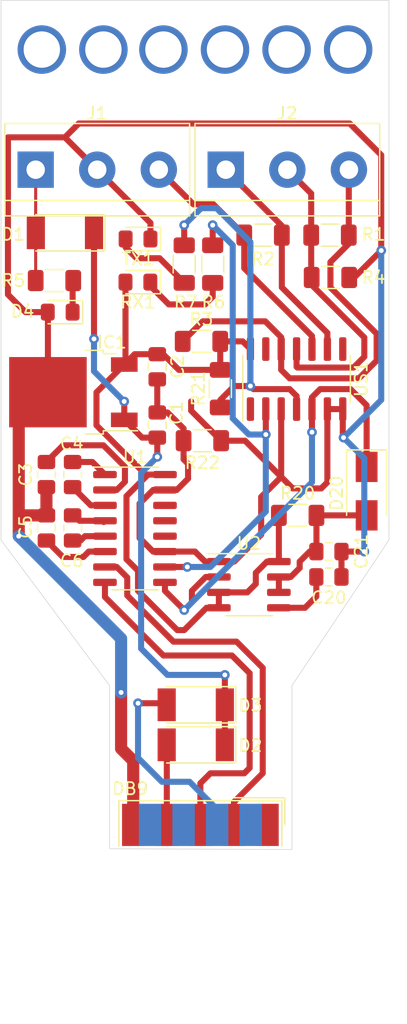
<source format=kicad_pcb>
(kicad_pcb (version 20171130) (host pcbnew "(5.1.12)-1")

  (general
    (thickness 1.6)
    (drawings 8)
    (tracks 318)
    (zones 0)
    (modules 32)
    (nets 36)
  )

  (page A4)
  (layers
    (0 F.Cu signal)
    (31 B.Cu signal)
    (32 B.Adhes user)
    (33 F.Adhes user)
    (34 B.Paste user)
    (35 F.Paste user)
    (36 B.SilkS user)
    (37 F.SilkS user)
    (38 B.Mask user)
    (39 F.Mask user hide)
    (40 Dwgs.User user)
    (41 Cmts.User user)
    (42 Eco1.User user)
    (43 Eco2.User user)
    (44 Edge.Cuts user)
    (45 Margin user)
    (46 B.CrtYd user hide)
    (47 F.CrtYd user)
    (48 B.Fab user)
    (49 F.Fab user hide)
  )

  (setup
    (last_trace_width 0.5)
    (user_trace_width 0.25)
    (user_trace_width 0.5)
    (user_trace_width 0.75)
    (user_trace_width 1)
    (trace_clearance 0.2)
    (zone_clearance 0.508)
    (zone_45_only no)
    (trace_min 0.2)
    (via_size 0.8)
    (via_drill 0.4)
    (via_min_size 0.4)
    (via_min_drill 0.3)
    (uvia_size 0.3)
    (uvia_drill 0.1)
    (uvias_allowed no)
    (uvia_min_size 0.2)
    (uvia_min_drill 0.1)
    (edge_width 0.05)
    (segment_width 0.2)
    (pcb_text_width 0.3)
    (pcb_text_size 1.5 1.5)
    (mod_edge_width 0.12)
    (mod_text_size 1 1)
    (mod_text_width 0.15)
    (pad_size 1.524 1.524)
    (pad_drill 0.762)
    (pad_to_mask_clearance 0)
    (aux_axis_origin 0 0)
    (visible_elements 7FFFFFFF)
    (pcbplotparams
      (layerselection 0x010fc_ffffffff)
      (usegerberextensions false)
      (usegerberattributes true)
      (usegerberadvancedattributes true)
      (creategerberjobfile true)
      (excludeedgelayer true)
      (linewidth 0.100000)
      (plotframeref false)
      (viasonmask false)
      (mode 1)
      (useauxorigin false)
      (hpglpennumber 1)
      (hpglpenspeed 20)
      (hpglpendiameter 15.000000)
      (psnegative false)
      (psa4output false)
      (plotreference true)
      (plotvalue true)
      (plotinvisibletext false)
      (padsonsilk false)
      (subtractmaskfromsilk false)
      (outputformat 1)
      (mirror false)
      (drillshape 1)
      (scaleselection 1)
      (outputdirectory ""))
  )

  (net 0 "")
  (net 1 "Net-(C1-Pad2)")
  (net 2 Earth)
  (net 3 "Net-(C2-Pad1)")
  (net 4 "Net-(C3-Pad2)")
  (net 5 "Net-(C4-Pad2)")
  (net 6 "Net-(C4-Pad1)")
  (net 7 "Net-(C5-Pad2)")
  (net 8 "Net-(C6-Pad2)")
  (net 9 "Net-(C6-Pad1)")
  (net 10 "Net-(C20-Pad1)")
  (net 11 "Net-(C21-Pad1)")
  (net 12 "Net-(D4-Pad1)")
  (net 13 "Net-(D20-Pad1)")
  (net 14 "Net-(DB9-Pad9)")
  (net 15 "Net-(DB9-Pad6)")
  (net 16 "Net-(DB9-Pad3)")
  (net 17 "Net-(DB9-Pad2)")
  (net 18 "Net-(DB9-Pad1)")
  (net 19 "Net-(J1-Pad3)")
  (net 20 "Net-(J2-Pad3)")
  (net 21 "Net-(J2-Pad2)")
  (net 22 "Net-(J2-Pad1)")
  (net 23 "Net-(R6-Pad2)")
  (net 24 "Net-(R6-Pad1)")
  (net 25 "Net-(R7-Pad2)")
  (net 26 "Net-(U1-Pad14)")
  (net 27 "Net-(U1-Pad13)")
  (net 28 "Net-(U1-Pad12)")
  (net 29 "Net-(US1-Pad13)")
  (net 30 "Net-(US1-Pad8)")
  (net 31 "Net-(US1-Pad1)")
  (net 32 "Net-(D2-Pad2)")
  (net 33 "Net-(D3-Pad2)")
  (net 34 "Net-(DB9-Pad8)")
  (net 35 "Net-(D1-Pad2)")

  (net_class Default "This is the default net class."
    (clearance 0.2)
    (trace_width 0.25)
    (via_dia 0.8)
    (via_drill 0.4)
    (uvia_dia 0.3)
    (uvia_drill 0.1)
    (add_net Earth)
    (add_net "Net-(C1-Pad2)")
    (add_net "Net-(C2-Pad1)")
    (add_net "Net-(C20-Pad1)")
    (add_net "Net-(C21-Pad1)")
    (add_net "Net-(C3-Pad2)")
    (add_net "Net-(C4-Pad1)")
    (add_net "Net-(C4-Pad2)")
    (add_net "Net-(C5-Pad2)")
    (add_net "Net-(C6-Pad1)")
    (add_net "Net-(C6-Pad2)")
    (add_net "Net-(D1-Pad2)")
    (add_net "Net-(D2-Pad2)")
    (add_net "Net-(D20-Pad1)")
    (add_net "Net-(D3-Pad2)")
    (add_net "Net-(D4-Pad1)")
    (add_net "Net-(DB9-Pad1)")
    (add_net "Net-(DB9-Pad2)")
    (add_net "Net-(DB9-Pad3)")
    (add_net "Net-(DB9-Pad6)")
    (add_net "Net-(DB9-Pad8)")
    (add_net "Net-(DB9-Pad9)")
    (add_net "Net-(J1-Pad3)")
    (add_net "Net-(J2-Pad1)")
    (add_net "Net-(J2-Pad2)")
    (add_net "Net-(J2-Pad3)")
    (add_net "Net-(R6-Pad1)")
    (add_net "Net-(R6-Pad2)")
    (add_net "Net-(R7-Pad2)")
    (add_net "Net-(U1-Pad12)")
    (add_net "Net-(U1-Pad13)")
    (add_net "Net-(U1-Pad14)")
    (add_net "Net-(US1-Pad1)")
    (add_net "Net-(US1-Pad13)")
    (add_net "Net-(US1-Pad8)")
  )

  (module Package_SO:SOIC-14_3.9x8.7mm_P1.27mm (layer F.Cu) (tedit 5D9F72B1) (tstamp 6540017A)
    (at 145.034 120.1405 90)
    (descr "SOIC, 14 Pin (JEDEC MS-012AB, https://www.analog.com/media/en/package-pcb-resources/package/pkg_pdf/soic_narrow-r/r_14.pdf), generated with kicad-footprint-generator ipc_gullwing_generator.py")
    (tags "SOIC SO")
    (path /65421333)
    (attr smd)
    (fp_text reference US1 (at -0.0015 5.334 270) (layer F.SilkS)
      (effects (font (size 1 1) (thickness 0.15)))
    )
    (fp_text value MAX491E (at 0 5.28 90) (layer F.Fab)
      (effects (font (size 1 1) (thickness 0.15)))
    )
    (fp_line (start 3.7 -4.58) (end -3.7 -4.58) (layer F.CrtYd) (width 0.05))
    (fp_line (start 3.7 4.58) (end 3.7 -4.58) (layer F.CrtYd) (width 0.05))
    (fp_line (start -3.7 4.58) (end 3.7 4.58) (layer F.CrtYd) (width 0.05))
    (fp_line (start -3.7 -4.58) (end -3.7 4.58) (layer F.CrtYd) (width 0.05))
    (fp_line (start -1.95 -3.35) (end -0.975 -4.325) (layer F.Fab) (width 0.1))
    (fp_line (start -1.95 4.325) (end -1.95 -3.35) (layer F.Fab) (width 0.1))
    (fp_line (start 1.95 4.325) (end -1.95 4.325) (layer F.Fab) (width 0.1))
    (fp_line (start 1.95 -4.325) (end 1.95 4.325) (layer F.Fab) (width 0.1))
    (fp_line (start -0.975 -4.325) (end 1.95 -4.325) (layer F.Fab) (width 0.1))
    (fp_line (start 0 -4.435) (end -3.45 -4.435) (layer F.SilkS) (width 0.12))
    (fp_line (start 0 -4.435) (end 1.95 -4.435) (layer F.SilkS) (width 0.12))
    (fp_line (start 0 4.435) (end -1.95 4.435) (layer F.SilkS) (width 0.12))
    (fp_line (start 0 4.435) (end 1.95 4.435) (layer F.SilkS) (width 0.12))
    (fp_text user %R (at 0 0 90) (layer F.Fab)
      (effects (font (size 0.98 0.98) (thickness 0.15)))
    )
    (pad 14 smd roundrect (at 2.475 -3.81 90) (size 1.95 0.6) (layers F.Cu F.Paste F.Mask) (roundrect_rratio 0.25)
      (net 3 "Net-(C2-Pad1)"))
    (pad 13 smd roundrect (at 2.475 -2.54 90) (size 1.95 0.6) (layers F.Cu F.Paste F.Mask) (roundrect_rratio 0.25)
      (net 29 "Net-(US1-Pad13)"))
    (pad 12 smd roundrect (at 2.475 -1.27 90) (size 1.95 0.6) (layers F.Cu F.Paste F.Mask) (roundrect_rratio 0.25)
      (net 20 "Net-(J2-Pad3)"))
    (pad 11 smd roundrect (at 2.475 0 90) (size 1.95 0.6) (layers F.Cu F.Paste F.Mask) (roundrect_rratio 0.25)
      (net 21 "Net-(J2-Pad2)"))
    (pad 10 smd roundrect (at 2.475 1.27 90) (size 1.95 0.6) (layers F.Cu F.Paste F.Mask) (roundrect_rratio 0.25)
      (net 19 "Net-(J1-Pad3)"))
    (pad 9 smd roundrect (at 2.475 2.54 90) (size 1.95 0.6) (layers F.Cu F.Paste F.Mask) (roundrect_rratio 0.25)
      (net 22 "Net-(J2-Pad1)"))
    (pad 8 smd roundrect (at 2.475 3.81 90) (size 1.95 0.6) (layers F.Cu F.Paste F.Mask) (roundrect_rratio 0.25)
      (net 30 "Net-(US1-Pad8)"))
    (pad 7 smd roundrect (at -2.475 3.81 90) (size 1.95 0.6) (layers F.Cu F.Paste F.Mask) (roundrect_rratio 0.25)
      (net 2 Earth))
    (pad 6 smd roundrect (at -2.475 2.54 90) (size 1.95 0.6) (layers F.Cu F.Paste F.Mask) (roundrect_rratio 0.25)
      (net 2 Earth))
    (pad 5 smd roundrect (at -2.475 1.27 90) (size 1.95 0.6) (layers F.Cu F.Paste F.Mask) (roundrect_rratio 0.25)
      (net 13 "Net-(D20-Pad1)"))
    (pad 4 smd roundrect (at -2.475 0 90) (size 1.95 0.6) (layers F.Cu F.Paste F.Mask) (roundrect_rratio 0.25)
      (net 3 "Net-(C2-Pad1)"))
    (pad 3 smd roundrect (at -2.475 -1.27 90) (size 1.95 0.6) (layers F.Cu F.Paste F.Mask) (roundrect_rratio 0.25)
      (net 2 Earth))
    (pad 2 smd roundrect (at -2.475 -2.54 90) (size 1.95 0.6) (layers F.Cu F.Paste F.Mask) (roundrect_rratio 0.25)
      (net 23 "Net-(R6-Pad2)"))
    (pad 1 smd roundrect (at -2.475 -3.81 90) (size 1.95 0.6) (layers F.Cu F.Paste F.Mask) (roundrect_rratio 0.25)
      (net 31 "Net-(US1-Pad1)"))
    (model ${KISYS3DMOD}/Package_SO.3dshapes/SOIC-14_3.9x8.7mm_P1.27mm.wrl
      (at (xyz 0 0 0))
      (scale (xyz 1 1 1))
      (rotate (xyz 0 0 0))
    )
  )

  (module Diode_SMD:D_MELF (layer F.Cu) (tedit 5905D864) (tstamp 6540C4A1)
    (at 136.7155 147.0025 180)
    (descr "Diode, MELF,,")
    (tags "Diode MELF ")
    (path /653FB2BE)
    (attr smd)
    (fp_text reference D3 (at -4.5085 -0.0635) (layer F.SilkS)
      (effects (font (size 1 1) (thickness 0.15)))
    )
    (fp_text value DIODE (at -0.25 2.5) (layer F.Fab)
      (effects (font (size 1 1) (thickness 0.15)))
    )
    (fp_line (start -3.4 1.6) (end -3.4 -1.6) (layer F.CrtYd) (width 0.05))
    (fp_line (start 3.4 1.6) (end -3.4 1.6) (layer F.CrtYd) (width 0.05))
    (fp_line (start 3.4 -1.6) (end 3.4 1.6) (layer F.CrtYd) (width 0.05))
    (fp_line (start -3.4 -1.6) (end 3.4 -1.6) (layer F.CrtYd) (width 0.05))
    (fp_line (start -0.64944 0.00102) (end 0.50118 -0.79908) (layer F.Fab) (width 0.1))
    (fp_line (start -0.64944 0.00102) (end 0.50118 0.75032) (layer F.Fab) (width 0.1))
    (fp_line (start 0.50118 0.75032) (end 0.50118 -0.79908) (layer F.Fab) (width 0.1))
    (fp_line (start -0.64944 -0.79908) (end -0.64944 0.80112) (layer F.Fab) (width 0.1))
    (fp_line (start 0.50118 0.00102) (end 1.4994 0.00102) (layer F.Fab) (width 0.1))
    (fp_line (start -0.64944 0.00102) (end -1.55114 0.00102) (layer F.Fab) (width 0.1))
    (fp_line (start 2.6 1.3) (end 2.6 -1.3) (layer F.Fab) (width 0.1))
    (fp_line (start -2.6 1.3) (end 2.6 1.3) (layer F.Fab) (width 0.1))
    (fp_line (start -2.6 -1.3) (end -2.6 1.3) (layer F.Fab) (width 0.1))
    (fp_line (start 2.6 -1.3) (end -2.6 -1.3) (layer F.Fab) (width 0.1))
    (fp_line (start -3.3 1.5) (end 2.4 1.5) (layer F.SilkS) (width 0.12))
    (fp_line (start -3.3 -1.5) (end -3.3 1.5) (layer F.SilkS) (width 0.12))
    (fp_line (start 2.4 -1.5) (end -3.3 -1.5) (layer F.SilkS) (width 0.12))
    (fp_text user %R (at 0 -2.5) (layer F.Fab)
      (effects (font (size 1 1) (thickness 0.15)))
    )
    (pad 2 smd rect (at 2.4 0 180) (size 1.5 2.7) (layers F.Cu F.Paste F.Mask)
      (net 33 "Net-(D3-Pad2)"))
    (pad 1 smd rect (at -2.4 0 180) (size 1.5 2.7) (layers F.Cu F.Paste F.Mask)
      (net 1 "Net-(C1-Pad2)"))
    (model ${KISYS3DMOD}/Diode_SMD.3dshapes/D_MELF.wrl
      (at (xyz 0 0 0))
      (scale (xyz 1 1 1))
      (rotate (xyz 0 0 0))
    )
  )

  (module Diode_SMD:D_MELF (layer F.Cu) (tedit 5905D864) (tstamp 6540C489)
    (at 136.7155 150.3045 180)
    (descr "Diode, MELF,,")
    (tags "Diode MELF ")
    (path /653FE3A6)
    (attr smd)
    (fp_text reference D2 (at -4.5085 -0.0635) (layer F.SilkS)
      (effects (font (size 1 1) (thickness 0.15)))
    )
    (fp_text value DIODE (at -0.25 2.5) (layer F.Fab)
      (effects (font (size 1 1) (thickness 0.15)))
    )
    (fp_line (start -3.4 1.6) (end -3.4 -1.6) (layer F.CrtYd) (width 0.05))
    (fp_line (start 3.4 1.6) (end -3.4 1.6) (layer F.CrtYd) (width 0.05))
    (fp_line (start 3.4 -1.6) (end 3.4 1.6) (layer F.CrtYd) (width 0.05))
    (fp_line (start -3.4 -1.6) (end 3.4 -1.6) (layer F.CrtYd) (width 0.05))
    (fp_line (start -0.64944 0.00102) (end 0.50118 -0.79908) (layer F.Fab) (width 0.1))
    (fp_line (start -0.64944 0.00102) (end 0.50118 0.75032) (layer F.Fab) (width 0.1))
    (fp_line (start 0.50118 0.75032) (end 0.50118 -0.79908) (layer F.Fab) (width 0.1))
    (fp_line (start -0.64944 -0.79908) (end -0.64944 0.80112) (layer F.Fab) (width 0.1))
    (fp_line (start 0.50118 0.00102) (end 1.4994 0.00102) (layer F.Fab) (width 0.1))
    (fp_line (start -0.64944 0.00102) (end -1.55114 0.00102) (layer F.Fab) (width 0.1))
    (fp_line (start 2.6 1.3) (end 2.6 -1.3) (layer F.Fab) (width 0.1))
    (fp_line (start -2.6 1.3) (end 2.6 1.3) (layer F.Fab) (width 0.1))
    (fp_line (start -2.6 -1.3) (end -2.6 1.3) (layer F.Fab) (width 0.1))
    (fp_line (start 2.6 -1.3) (end -2.6 -1.3) (layer F.Fab) (width 0.1))
    (fp_line (start -3.3 1.5) (end 2.4 1.5) (layer F.SilkS) (width 0.12))
    (fp_line (start -3.3 -1.5) (end -3.3 1.5) (layer F.SilkS) (width 0.12))
    (fp_line (start 2.4 -1.5) (end -3.3 -1.5) (layer F.SilkS) (width 0.12))
    (fp_text user %R (at 0 -2.5) (layer F.Fab)
      (effects (font (size 1 1) (thickness 0.15)))
    )
    (pad 2 smd rect (at 2.4 0 180) (size 1.5 2.7) (layers F.Cu F.Paste F.Mask)
      (net 32 "Net-(D2-Pad2)"))
    (pad 1 smd rect (at -2.4 0 180) (size 1.5 2.7) (layers F.Cu F.Paste F.Mask)
      (net 1 "Net-(C1-Pad2)"))
    (model ${KISYS3DMOD}/Diode_SMD.3dshapes/D_MELF.wrl
      (at (xyz 0 0 0))
      (scale (xyz 1 1 1))
      (rotate (xyz 0 0 0))
    )
  )

  (module Diode_SMD:D_MELF (layer F.Cu) (tedit 5905D864) (tstamp 6540C471)
    (at 125.9205 108.077 180)
    (descr "Diode, MELF,,")
    (tags "Diode MELF ")
    (path /653F470E)
    (attr smd)
    (fp_text reference D1 (at 4.2545 -0.127) (layer F.SilkS)
      (effects (font (size 1 1) (thickness 0.15)))
    )
    (fp_text value DIODE (at -0.25 2.5) (layer F.Fab)
      (effects (font (size 1 1) (thickness 0.15)))
    )
    (fp_line (start -3.4 1.6) (end -3.4 -1.6) (layer F.CrtYd) (width 0.05))
    (fp_line (start 3.4 1.6) (end -3.4 1.6) (layer F.CrtYd) (width 0.05))
    (fp_line (start 3.4 -1.6) (end 3.4 1.6) (layer F.CrtYd) (width 0.05))
    (fp_line (start -3.4 -1.6) (end 3.4 -1.6) (layer F.CrtYd) (width 0.05))
    (fp_line (start -0.64944 0.00102) (end 0.50118 -0.79908) (layer F.Fab) (width 0.1))
    (fp_line (start -0.64944 0.00102) (end 0.50118 0.75032) (layer F.Fab) (width 0.1))
    (fp_line (start 0.50118 0.75032) (end 0.50118 -0.79908) (layer F.Fab) (width 0.1))
    (fp_line (start -0.64944 -0.79908) (end -0.64944 0.80112) (layer F.Fab) (width 0.1))
    (fp_line (start 0.50118 0.00102) (end 1.4994 0.00102) (layer F.Fab) (width 0.1))
    (fp_line (start -0.64944 0.00102) (end -1.55114 0.00102) (layer F.Fab) (width 0.1))
    (fp_line (start 2.6 1.3) (end 2.6 -1.3) (layer F.Fab) (width 0.1))
    (fp_line (start -2.6 1.3) (end 2.6 1.3) (layer F.Fab) (width 0.1))
    (fp_line (start -2.6 -1.3) (end -2.6 1.3) (layer F.Fab) (width 0.1))
    (fp_line (start 2.6 -1.3) (end -2.6 -1.3) (layer F.Fab) (width 0.1))
    (fp_line (start -3.3 1.5) (end 2.4 1.5) (layer F.SilkS) (width 0.12))
    (fp_line (start -3.3 -1.5) (end -3.3 1.5) (layer F.SilkS) (width 0.12))
    (fp_line (start 2.4 -1.5) (end -3.3 -1.5) (layer F.SilkS) (width 0.12))
    (fp_text user %R (at 0 -2.5) (layer F.Fab)
      (effects (font (size 1 1) (thickness 0.15)))
    )
    (pad 2 smd rect (at 2.4 0 180) (size 1.5 2.7) (layers F.Cu F.Paste F.Mask)
      (net 35 "Net-(D1-Pad2)"))
    (pad 1 smd rect (at -2.4 0 180) (size 1.5 2.7) (layers F.Cu F.Paste F.Mask)
      (net 1 "Net-(C1-Pad2)"))
    (model ${KISYS3DMOD}/Diode_SMD.3dshapes/D_MELF.wrl
      (at (xyz 0 0 0))
      (scale (xyz 1 1 1))
      (rotate (xyz 0 0 0))
    )
  )

  (module Resistor_SMD:R_1206_3216Metric_Pad1.30x1.75mm_HandSolder (layer F.Cu) (tedit 5F68FEEE) (tstamp 654000A3)
    (at 125.0575 112.014 180)
    (descr "Resistor SMD 1206 (3216 Metric), square (rectangular) end terminal, IPC_7351 nominal with elongated pad for handsoldering. (Body size source: IPC-SM-782 page 72, https://www.pcb-3d.com/wordpress/wp-content/uploads/ipc-sm-782a_amendment_1_and_2.pdf), generated with kicad-footprint-generator")
    (tags "resistor handsolder")
    (path /653F887F)
    (attr smd)
    (fp_text reference R5 (at 3.3915 0) (layer F.SilkS)
      (effects (font (size 1 1) (thickness 0.15)))
    )
    (fp_text value R_Small (at 0 1.82) (layer F.Fab)
      (effects (font (size 1 1) (thickness 0.15)))
    )
    (fp_line (start 2.45 1.12) (end -2.45 1.12) (layer F.CrtYd) (width 0.05))
    (fp_line (start 2.45 -1.12) (end 2.45 1.12) (layer F.CrtYd) (width 0.05))
    (fp_line (start -2.45 -1.12) (end 2.45 -1.12) (layer F.CrtYd) (width 0.05))
    (fp_line (start -2.45 1.12) (end -2.45 -1.12) (layer F.CrtYd) (width 0.05))
    (fp_line (start -0.727064 0.91) (end 0.727064 0.91) (layer F.SilkS) (width 0.12))
    (fp_line (start -0.727064 -0.91) (end 0.727064 -0.91) (layer F.SilkS) (width 0.12))
    (fp_line (start 1.6 0.8) (end -1.6 0.8) (layer F.Fab) (width 0.1))
    (fp_line (start 1.6 -0.8) (end 1.6 0.8) (layer F.Fab) (width 0.1))
    (fp_line (start -1.6 -0.8) (end 1.6 -0.8) (layer F.Fab) (width 0.1))
    (fp_line (start -1.6 0.8) (end -1.6 -0.8) (layer F.Fab) (width 0.1))
    (fp_text user %R (at 0 0) (layer F.Fab)
      (effects (font (size 0.8 0.8) (thickness 0.12)))
    )
    (pad 2 smd roundrect (at 1.55 0 180) (size 1.3 1.75) (layers F.Cu F.Paste F.Mask) (roundrect_rratio 0.192308)
      (net 35 "Net-(D1-Pad2)"))
    (pad 1 smd roundrect (at -1.55 0 180) (size 1.3 1.75) (layers F.Cu F.Paste F.Mask) (roundrect_rratio 0.192308)
      (net 12 "Net-(D4-Pad1)"))
    (model ${KISYS3DMOD}/Resistor_SMD.3dshapes/R_1206_3216Metric.wrl
      (at (xyz 0 0 0))
      (scale (xyz 1 1 1))
      (rotate (xyz 0 0 0))
    )
  )

  (module Package_SO:SOIC-8_3.9x4.9mm_P1.27mm (layer F.Cu) (tedit 5D9F72B1) (tstamp 6540015A)
    (at 141.097 137.0965)
    (descr "SOIC, 8 Pin (JEDEC MS-012AA, https://www.analog.com/media/en/package-pcb-resources/package/pkg_pdf/soic_narrow-r/r_8.pdf), generated with kicad-footprint-generator ipc_gullwing_generator.py")
    (tags "SOIC SO")
    (path /65425484)
    (attr smd)
    (fp_text reference U2 (at 0 -3.4) (layer F.SilkS)
      (effects (font (size 1 1) (thickness 0.15)))
    )
    (fp_text value ICE1PCS01 (at 0 3.4) (layer F.Fab)
      (effects (font (size 1 1) (thickness 0.15)))
    )
    (fp_line (start 3.7 -2.7) (end -3.7 -2.7) (layer F.CrtYd) (width 0.05))
    (fp_line (start 3.7 2.7) (end 3.7 -2.7) (layer F.CrtYd) (width 0.05))
    (fp_line (start -3.7 2.7) (end 3.7 2.7) (layer F.CrtYd) (width 0.05))
    (fp_line (start -3.7 -2.7) (end -3.7 2.7) (layer F.CrtYd) (width 0.05))
    (fp_line (start -1.95 -1.475) (end -0.975 -2.45) (layer F.Fab) (width 0.1))
    (fp_line (start -1.95 2.45) (end -1.95 -1.475) (layer F.Fab) (width 0.1))
    (fp_line (start 1.95 2.45) (end -1.95 2.45) (layer F.Fab) (width 0.1))
    (fp_line (start 1.95 -2.45) (end 1.95 2.45) (layer F.Fab) (width 0.1))
    (fp_line (start -0.975 -2.45) (end 1.95 -2.45) (layer F.Fab) (width 0.1))
    (fp_line (start 0 -2.56) (end -3.45 -2.56) (layer F.SilkS) (width 0.12))
    (fp_line (start 0 -2.56) (end 1.95 -2.56) (layer F.SilkS) (width 0.12))
    (fp_line (start 0 2.56) (end -1.95 2.56) (layer F.SilkS) (width 0.12))
    (fp_line (start 0 2.56) (end 1.95 2.56) (layer F.SilkS) (width 0.12))
    (fp_text user %R (at 0 0) (layer F.Fab)
      (effects (font (size 0.98 0.98) (thickness 0.15)))
    )
    (pad 8 smd roundrect (at 2.475 -1.905) (size 1.95 0.6) (layers F.Cu F.Paste F.Mask) (roundrect_rratio 0.25)
      (net 3 "Net-(C2-Pad1)"))
    (pad 7 smd roundrect (at 2.475 -0.635) (size 1.95 0.6) (layers F.Cu F.Paste F.Mask) (roundrect_rratio 0.25)
      (net 11 "Net-(C21-Pad1)"))
    (pad 6 smd roundrect (at 2.475 0.635) (size 1.95 0.6) (layers F.Cu F.Paste F.Mask) (roundrect_rratio 0.25)
      (net 11 "Net-(C21-Pad1)"))
    (pad 5 smd roundrect (at 2.475 1.905) (size 1.95 0.6) (layers F.Cu F.Paste F.Mask) (roundrect_rratio 0.25)
      (net 10 "Net-(C20-Pad1)"))
    (pad 4 smd roundrect (at -2.475 1.905) (size 1.95 0.6) (layers F.Cu F.Paste F.Mask) (roundrect_rratio 0.25)
      (net 3 "Net-(C2-Pad1)"))
    (pad 3 smd roundrect (at -2.475 0.635) (size 1.95 0.6) (layers F.Cu F.Paste F.Mask) (roundrect_rratio 0.25)
      (net 3 "Net-(C2-Pad1)"))
    (pad 2 smd roundrect (at -2.475 -0.635) (size 1.95 0.6) (layers F.Cu F.Paste F.Mask) (roundrect_rratio 0.25)
      (net 13 "Net-(D20-Pad1)"))
    (pad 1 smd roundrect (at -2.475 -1.905) (size 1.95 0.6) (layers F.Cu F.Paste F.Mask) (roundrect_rratio 0.25)
      (net 2 Earth))
    (model ${KISYS3DMOD}/Package_SO.3dshapes/SOIC-8_3.9x4.9mm_P1.27mm.wrl
      (at (xyz 0 0 0))
      (scale (xyz 1 1 1))
      (rotate (xyz 0 0 0))
    )
  )

  (module Package_SO:SOIC-16_3.9x9.9mm_P1.27mm (layer F.Cu) (tedit 5D9F72B1) (tstamp 65400140)
    (at 131.699 132.461)
    (descr "SOIC, 16 Pin (JEDEC MS-012AC, https://www.analog.com/media/en/package-pcb-resources/package/pkg_pdf/soic_narrow-r/r_16.pdf), generated with kicad-footprint-generator ipc_gullwing_generator.py")
    (tags "SOIC SO")
    (path /65400C4E)
    (attr smd)
    (fp_text reference U1 (at 0 -5.9) (layer F.SilkS)
      (effects (font (size 1 1) (thickness 0.15)))
    )
    (fp_text value MAX232 (at 0 5.9) (layer F.Fab)
      (effects (font (size 1 1) (thickness 0.15)))
    )
    (fp_line (start 3.7 -5.2) (end -3.7 -5.2) (layer F.CrtYd) (width 0.05))
    (fp_line (start 3.7 5.2) (end 3.7 -5.2) (layer F.CrtYd) (width 0.05))
    (fp_line (start -3.7 5.2) (end 3.7 5.2) (layer F.CrtYd) (width 0.05))
    (fp_line (start -3.7 -5.2) (end -3.7 5.2) (layer F.CrtYd) (width 0.05))
    (fp_line (start -1.95 -3.975) (end -0.975 -4.95) (layer F.Fab) (width 0.1))
    (fp_line (start -1.95 4.95) (end -1.95 -3.975) (layer F.Fab) (width 0.1))
    (fp_line (start 1.95 4.95) (end -1.95 4.95) (layer F.Fab) (width 0.1))
    (fp_line (start 1.95 -4.95) (end 1.95 4.95) (layer F.Fab) (width 0.1))
    (fp_line (start -0.975 -4.95) (end 1.95 -4.95) (layer F.Fab) (width 0.1))
    (fp_line (start 0 -5.06) (end -3.45 -5.06) (layer F.SilkS) (width 0.12))
    (fp_line (start 0 -5.06) (end 1.95 -5.06) (layer F.SilkS) (width 0.12))
    (fp_line (start 0 5.06) (end -1.95 5.06) (layer F.SilkS) (width 0.12))
    (fp_line (start 0 5.06) (end 1.95 5.06) (layer F.SilkS) (width 0.12))
    (fp_text user %R (at 0 0) (layer F.Fab)
      (effects (font (size 0.98 0.98) (thickness 0.15)))
    )
    (pad 16 smd roundrect (at 2.475 -4.445) (size 1.95 0.6) (layers F.Cu F.Paste F.Mask) (roundrect_rratio 0.25)
      (net 3 "Net-(C2-Pad1)"))
    (pad 15 smd roundrect (at 2.475 -3.175) (size 1.95 0.6) (layers F.Cu F.Paste F.Mask) (roundrect_rratio 0.25)
      (net 2 Earth))
    (pad 14 smd roundrect (at 2.475 -1.905) (size 1.95 0.6) (layers F.Cu F.Paste F.Mask) (roundrect_rratio 0.25)
      (net 26 "Net-(U1-Pad14)"))
    (pad 13 smd roundrect (at 2.475 -0.635) (size 1.95 0.6) (layers F.Cu F.Paste F.Mask) (roundrect_rratio 0.25)
      (net 27 "Net-(U1-Pad13)"))
    (pad 12 smd roundrect (at 2.475 0.635) (size 1.95 0.6) (layers F.Cu F.Paste F.Mask) (roundrect_rratio 0.25)
      (net 28 "Net-(U1-Pad12)"))
    (pad 11 smd roundrect (at 2.475 1.905) (size 1.95 0.6) (layers F.Cu F.Paste F.Mask) (roundrect_rratio 0.25)
      (net 2 Earth))
    (pad 10 smd roundrect (at 2.475 3.175) (size 1.95 0.6) (layers F.Cu F.Paste F.Mask) (roundrect_rratio 0.25)
      (net 23 "Net-(R6-Pad2)"))
    (pad 9 smd roundrect (at 2.475 4.445) (size 1.95 0.6) (layers F.Cu F.Paste F.Mask) (roundrect_rratio 0.25)
      (net 13 "Net-(D20-Pad1)"))
    (pad 8 smd roundrect (at -2.475 4.445) (size 1.95 0.6) (layers F.Cu F.Paste F.Mask) (roundrect_rratio 0.25)
      (net 16 "Net-(DB9-Pad3)"))
    (pad 7 smd roundrect (at -2.475 3.175) (size 1.95 0.6) (layers F.Cu F.Paste F.Mask) (roundrect_rratio 0.25)
      (net 17 "Net-(DB9-Pad2)"))
    (pad 6 smd roundrect (at -2.475 1.905) (size 1.95 0.6) (layers F.Cu F.Paste F.Mask) (roundrect_rratio 0.25)
      (net 7 "Net-(C5-Pad2)"))
    (pad 5 smd roundrect (at -2.475 0.635) (size 1.95 0.6) (layers F.Cu F.Paste F.Mask) (roundrect_rratio 0.25)
      (net 8 "Net-(C6-Pad2)"))
    (pad 4 smd roundrect (at -2.475 -0.635) (size 1.95 0.6) (layers F.Cu F.Paste F.Mask) (roundrect_rratio 0.25)
      (net 9 "Net-(C6-Pad1)"))
    (pad 3 smd roundrect (at -2.475 -1.905) (size 1.95 0.6) (layers F.Cu F.Paste F.Mask) (roundrect_rratio 0.25)
      (net 5 "Net-(C4-Pad2)"))
    (pad 2 smd roundrect (at -2.475 -3.175) (size 1.95 0.6) (layers F.Cu F.Paste F.Mask) (roundrect_rratio 0.25)
      (net 4 "Net-(C3-Pad2)"))
    (pad 1 smd roundrect (at -2.475 -4.445) (size 1.95 0.6) (layers F.Cu F.Paste F.Mask) (roundrect_rratio 0.25)
      (net 6 "Net-(C4-Pad1)"))
    (model ${KISYS3DMOD}/Package_SO.3dshapes/SOIC-16_3.9x9.9mm_P1.27mm.wrl
      (at (xyz 0 0 0))
      (scale (xyz 1 1 1))
      (rotate (xyz 0 0 0))
    )
  )

  (module LED_SMD:LED_0805_2012Metric_Pad1.15x1.40mm_HandSolder (layer F.Cu) (tedit 5F68FEF1) (tstamp 6540011E)
    (at 131.953 108.585 180)
    (descr "LED SMD 0805 (2012 Metric), square (rectangular) end terminal, IPC_7351 nominal, (Body size source: https://docs.google.com/spreadsheets/d/1BsfQQcO9C6DZCsRaXUlFlo91Tg2WpOkGARC1WS5S8t0/edit?usp=sharing), generated with kicad-footprint-generator")
    (tags "LED handsolder")
    (path /653E2936)
    (attr smd)
    (fp_text reference TX1 (at 0 -1.65) (layer F.SilkS)
      (effects (font (size 1 1) (thickness 0.15)))
    )
    (fp_text value . (at 0 1.65) (layer F.Fab)
      (effects (font (size 1 1) (thickness 0.15)))
    )
    (fp_line (start 1.85 0.95) (end -1.85 0.95) (layer F.CrtYd) (width 0.05))
    (fp_line (start 1.85 -0.95) (end 1.85 0.95) (layer F.CrtYd) (width 0.05))
    (fp_line (start -1.85 -0.95) (end 1.85 -0.95) (layer F.CrtYd) (width 0.05))
    (fp_line (start -1.85 0.95) (end -1.85 -0.95) (layer F.CrtYd) (width 0.05))
    (fp_line (start -1.86 0.96) (end 1 0.96) (layer F.SilkS) (width 0.12))
    (fp_line (start -1.86 -0.96) (end -1.86 0.96) (layer F.SilkS) (width 0.12))
    (fp_line (start 1 -0.96) (end -1.86 -0.96) (layer F.SilkS) (width 0.12))
    (fp_line (start 1 0.6) (end 1 -0.6) (layer F.Fab) (width 0.1))
    (fp_line (start -1 0.6) (end 1 0.6) (layer F.Fab) (width 0.1))
    (fp_line (start -1 -0.3) (end -1 0.6) (layer F.Fab) (width 0.1))
    (fp_line (start -0.7 -0.6) (end -1 -0.3) (layer F.Fab) (width 0.1))
    (fp_line (start 1 -0.6) (end -0.7 -0.6) (layer F.Fab) (width 0.1))
    (fp_text user %R (at 0 0) (layer F.Fab)
      (effects (font (size 0.5 0.5) (thickness 0.08)))
    )
    (pad 2 smd roundrect (at 1.025 0 180) (size 1.15 1.4) (layers F.Cu F.Paste F.Mask) (roundrect_rratio 0.217391)
      (net 25 "Net-(R7-Pad2)"))
    (pad 1 smd roundrect (at -1.025 0 180) (size 1.15 1.4) (layers F.Cu F.Paste F.Mask) (roundrect_rratio 0.217391)
      (net 2 Earth))
    (model ${KISYS3DMOD}/LED_SMD.3dshapes/LED_0805_2012Metric.wrl
      (at (xyz 0 0 0))
      (scale (xyz 1 1 1))
      (rotate (xyz 0 0 0))
    )
  )

  (module LED_SMD:LED_0805_2012Metric_Pad1.15x1.40mm_HandSolder (layer F.Cu) (tedit 5F68FEF1) (tstamp 6540010B)
    (at 131.944 112.141 180)
    (descr "LED SMD 0805 (2012 Metric), square (rectangular) end terminal, IPC_7351 nominal, (Body size source: https://docs.google.com/spreadsheets/d/1BsfQQcO9C6DZCsRaXUlFlo91Tg2WpOkGARC1WS5S8t0/edit?usp=sharing), generated with kicad-footprint-generator")
    (tags "LED handsolder")
    (path /653EC981)
    (attr smd)
    (fp_text reference RX1 (at 0 -1.65) (layer F.SilkS)
      (effects (font (size 1 1) (thickness 0.15)))
    )
    (fp_text value R_Small (at 0 1.65) (layer F.Fab)
      (effects (font (size 1 1) (thickness 0.15)))
    )
    (fp_line (start 1.85 0.95) (end -1.85 0.95) (layer F.CrtYd) (width 0.05))
    (fp_line (start 1.85 -0.95) (end 1.85 0.95) (layer F.CrtYd) (width 0.05))
    (fp_line (start -1.85 -0.95) (end 1.85 -0.95) (layer F.CrtYd) (width 0.05))
    (fp_line (start -1.85 0.95) (end -1.85 -0.95) (layer F.CrtYd) (width 0.05))
    (fp_line (start -1.86 0.96) (end 1 0.96) (layer F.SilkS) (width 0.12))
    (fp_line (start -1.86 -0.96) (end -1.86 0.96) (layer F.SilkS) (width 0.12))
    (fp_line (start 1 -0.96) (end -1.86 -0.96) (layer F.SilkS) (width 0.12))
    (fp_line (start 1 0.6) (end 1 -0.6) (layer F.Fab) (width 0.1))
    (fp_line (start -1 0.6) (end 1 0.6) (layer F.Fab) (width 0.1))
    (fp_line (start -1 -0.3) (end -1 0.6) (layer F.Fab) (width 0.1))
    (fp_line (start -0.7 -0.6) (end -1 -0.3) (layer F.Fab) (width 0.1))
    (fp_line (start 1 -0.6) (end -0.7 -0.6) (layer F.Fab) (width 0.1))
    (fp_text user %R (at 0 0) (layer F.Fab)
      (effects (font (size 0.5 0.5) (thickness 0.08)))
    )
    (pad 2 smd roundrect (at 1.025 0 180) (size 1.15 1.4) (layers F.Cu F.Paste F.Mask) (roundrect_rratio 0.217391)
      (net 3 "Net-(C2-Pad1)"))
    (pad 1 smd roundrect (at -1.025 0 180) (size 1.15 1.4) (layers F.Cu F.Paste F.Mask) (roundrect_rratio 0.217391)
      (net 24 "Net-(R6-Pad1)"))
    (model ${KISYS3DMOD}/LED_SMD.3dshapes/LED_0805_2012Metric.wrl
      (at (xyz 0 0 0))
      (scale (xyz 1 1 1))
      (rotate (xyz 0 0 0))
    )
  )

  (module Resistor_SMD:R_1206_3216Metric_Pad1.30x1.75mm_HandSolder (layer F.Cu) (tedit 5F68FEEE) (tstamp 654000F8)
    (at 137.261 125.222 180)
    (descr "Resistor SMD 1206 (3216 Metric), square (rectangular) end terminal, IPC_7351 nominal with elongated pad for handsoldering. (Body size source: IPC-SM-782 page 72, https://www.pcb-3d.com/wordpress/wp-content/uploads/ipc-sm-782a_amendment_1_and_2.pdf), generated with kicad-footprint-generator")
    (tags "resistor handsolder")
    (path /653F0DA2)
    (attr smd)
    (fp_text reference R22 (at 0 -1.82) (layer F.SilkS)
      (effects (font (size 1 1) (thickness 0.15)))
    )
    (fp_text value R_Small (at 0 1.82) (layer F.Fab)
      (effects (font (size 1 1) (thickness 0.15)))
    )
    (fp_line (start 2.45 1.12) (end -2.45 1.12) (layer F.CrtYd) (width 0.05))
    (fp_line (start 2.45 -1.12) (end 2.45 1.12) (layer F.CrtYd) (width 0.05))
    (fp_line (start -2.45 -1.12) (end 2.45 -1.12) (layer F.CrtYd) (width 0.05))
    (fp_line (start -2.45 1.12) (end -2.45 -1.12) (layer F.CrtYd) (width 0.05))
    (fp_line (start -0.727064 0.91) (end 0.727064 0.91) (layer F.SilkS) (width 0.12))
    (fp_line (start -0.727064 -0.91) (end 0.727064 -0.91) (layer F.SilkS) (width 0.12))
    (fp_line (start 1.6 0.8) (end -1.6 0.8) (layer F.Fab) (width 0.1))
    (fp_line (start 1.6 -0.8) (end 1.6 0.8) (layer F.Fab) (width 0.1))
    (fp_line (start -1.6 -0.8) (end 1.6 -0.8) (layer F.Fab) (width 0.1))
    (fp_line (start -1.6 0.8) (end -1.6 -0.8) (layer F.Fab) (width 0.1))
    (fp_text user %R (at 0 0) (layer F.Fab)
      (effects (font (size 0.8 0.8) (thickness 0.12)))
    )
    (pad 2 smd roundrect (at 1.55 0 180) (size 1.3 1.75) (layers F.Cu F.Paste F.Mask) (roundrect_rratio 0.192308)
      (net 2 Earth))
    (pad 1 smd roundrect (at -1.55 0 180) (size 1.3 1.75) (layers F.Cu F.Paste F.Mask) (roundrect_rratio 0.192308)
      (net 2 Earth))
    (model ${KISYS3DMOD}/Resistor_SMD.3dshapes/R_1206_3216Metric.wrl
      (at (xyz 0 0 0))
      (scale (xyz 1 1 1))
      (rotate (xyz 0 0 0))
    )
  )

  (module Resistor_SMD:R_1206_3216Metric_Pad1.30x1.75mm_HandSolder (layer F.Cu) (tedit 5F68FEEE) (tstamp 654000E7)
    (at 138.7475 120.93 90)
    (descr "Resistor SMD 1206 (3216 Metric), square (rectangular) end terminal, IPC_7351 nominal with elongated pad for handsoldering. (Body size source: IPC-SM-782 page 72, https://www.pcb-3d.com/wordpress/wp-content/uploads/ipc-sm-782a_amendment_1_and_2.pdf), generated with kicad-footprint-generator")
    (tags "resistor handsolder")
    (path /6550791E)
    (attr smd)
    (fp_text reference R21 (at 0 -1.82 90) (layer F.SilkS)
      (effects (font (size 1 1) (thickness 0.15)))
    )
    (fp_text value R_Small (at 0 1.82 90) (layer F.Fab)
      (effects (font (size 1 1) (thickness 0.15)))
    )
    (fp_line (start 2.45 1.12) (end -2.45 1.12) (layer F.CrtYd) (width 0.05))
    (fp_line (start 2.45 -1.12) (end 2.45 1.12) (layer F.CrtYd) (width 0.05))
    (fp_line (start -2.45 -1.12) (end 2.45 -1.12) (layer F.CrtYd) (width 0.05))
    (fp_line (start -2.45 1.12) (end -2.45 -1.12) (layer F.CrtYd) (width 0.05))
    (fp_line (start -0.727064 0.91) (end 0.727064 0.91) (layer F.SilkS) (width 0.12))
    (fp_line (start -0.727064 -0.91) (end 0.727064 -0.91) (layer F.SilkS) (width 0.12))
    (fp_line (start 1.6 0.8) (end -1.6 0.8) (layer F.Fab) (width 0.1))
    (fp_line (start 1.6 -0.8) (end 1.6 0.8) (layer F.Fab) (width 0.1))
    (fp_line (start -1.6 -0.8) (end 1.6 -0.8) (layer F.Fab) (width 0.1))
    (fp_line (start -1.6 0.8) (end -1.6 -0.8) (layer F.Fab) (width 0.1))
    (fp_text user %R (at 0 0 90) (layer F.Fab)
      (effects (font (size 0.8 0.8) (thickness 0.12)))
    )
    (pad 2 smd roundrect (at 1.55 0 90) (size 1.3 1.75) (layers F.Cu F.Paste F.Mask) (roundrect_rratio 0.192308)
      (net 3 "Net-(C2-Pad1)"))
    (pad 1 smd roundrect (at -1.55 0 90) (size 1.3 1.75) (layers F.Cu F.Paste F.Mask) (roundrect_rratio 0.192308)
      (net 3 "Net-(C2-Pad1)"))
    (model ${KISYS3DMOD}/Resistor_SMD.3dshapes/R_1206_3216Metric.wrl
      (at (xyz 0 0 0))
      (scale (xyz 1 1 1))
      (rotate (xyz 0 0 0))
    )
  )

  (module Resistor_SMD:R_1206_3216Metric_Pad1.30x1.75mm_HandSolder (layer F.Cu) (tedit 5F68FEEE) (tstamp 654000D6)
    (at 145.1235 131.3815)
    (descr "Resistor SMD 1206 (3216 Metric), square (rectangular) end terminal, IPC_7351 nominal with elongated pad for handsoldering. (Body size source: IPC-SM-782 page 72, https://www.pcb-3d.com/wordpress/wp-content/uploads/ipc-sm-782a_amendment_1_and_2.pdf), generated with kicad-footprint-generator")
    (tags "resistor handsolder")
    (path /654B7586)
    (attr smd)
    (fp_text reference R20 (at 0 -1.82) (layer F.SilkS)
      (effects (font (size 1 1) (thickness 0.15)))
    )
    (fp_text value R_Small (at 0 1.82) (layer F.Fab)
      (effects (font (size 1 1) (thickness 0.15)))
    )
    (fp_line (start 2.45 1.12) (end -2.45 1.12) (layer F.CrtYd) (width 0.05))
    (fp_line (start 2.45 -1.12) (end 2.45 1.12) (layer F.CrtYd) (width 0.05))
    (fp_line (start -2.45 -1.12) (end 2.45 -1.12) (layer F.CrtYd) (width 0.05))
    (fp_line (start -2.45 1.12) (end -2.45 -1.12) (layer F.CrtYd) (width 0.05))
    (fp_line (start -0.727064 0.91) (end 0.727064 0.91) (layer F.SilkS) (width 0.12))
    (fp_line (start -0.727064 -0.91) (end 0.727064 -0.91) (layer F.SilkS) (width 0.12))
    (fp_line (start 1.6 0.8) (end -1.6 0.8) (layer F.Fab) (width 0.1))
    (fp_line (start 1.6 -0.8) (end 1.6 0.8) (layer F.Fab) (width 0.1))
    (fp_line (start -1.6 -0.8) (end 1.6 -0.8) (layer F.Fab) (width 0.1))
    (fp_line (start -1.6 0.8) (end -1.6 -0.8) (layer F.Fab) (width 0.1))
    (fp_text user %R (at 0 0) (layer F.Fab)
      (effects (font (size 0.8 0.8) (thickness 0.12)))
    )
    (pad 2 smd roundrect (at 1.55 0) (size 1.3 1.75) (layers F.Cu F.Paste F.Mask) (roundrect_rratio 0.192308)
      (net 11 "Net-(C21-Pad1)"))
    (pad 1 smd roundrect (at -1.55 0) (size 1.3 1.75) (layers F.Cu F.Paste F.Mask) (roundrect_rratio 0.192308)
      (net 3 "Net-(C2-Pad1)"))
    (model ${KISYS3DMOD}/Resistor_SMD.3dshapes/R_1206_3216Metric.wrl
      (at (xyz 0 0 0))
      (scale (xyz 1 1 1))
      (rotate (xyz 0 0 0))
    )
  )

  (module Resistor_SMD:R_1206_3216Metric_Pad1.30x1.75mm_HandSolder (layer F.Cu) (tedit 5F68FEEE) (tstamp 654000C5)
    (at 135.763 110.6545 270)
    (descr "Resistor SMD 1206 (3216 Metric), square (rectangular) end terminal, IPC_7351 nominal with elongated pad for handsoldering. (Body size source: IPC-SM-782 page 72, https://www.pcb-3d.com/wordpress/wp-content/uploads/ipc-sm-782a_amendment_1_and_2.pdf), generated with kicad-footprint-generator")
    (tags "resistor handsolder")
    (path /653EBF09)
    (attr smd)
    (fp_text reference R7 (at 3.1375 -0.127 180) (layer F.SilkS)
      (effects (font (size 1 1) (thickness 0.15)))
    )
    (fp_text value R_Small (at 0 1.82 90) (layer F.Fab)
      (effects (font (size 1 1) (thickness 0.15)))
    )
    (fp_line (start 2.45 1.12) (end -2.45 1.12) (layer F.CrtYd) (width 0.05))
    (fp_line (start 2.45 -1.12) (end 2.45 1.12) (layer F.CrtYd) (width 0.05))
    (fp_line (start -2.45 -1.12) (end 2.45 -1.12) (layer F.CrtYd) (width 0.05))
    (fp_line (start -2.45 1.12) (end -2.45 -1.12) (layer F.CrtYd) (width 0.05))
    (fp_line (start -0.727064 0.91) (end 0.727064 0.91) (layer F.SilkS) (width 0.12))
    (fp_line (start -0.727064 -0.91) (end 0.727064 -0.91) (layer F.SilkS) (width 0.12))
    (fp_line (start 1.6 0.8) (end -1.6 0.8) (layer F.Fab) (width 0.1))
    (fp_line (start 1.6 -0.8) (end 1.6 0.8) (layer F.Fab) (width 0.1))
    (fp_line (start -1.6 -0.8) (end 1.6 -0.8) (layer F.Fab) (width 0.1))
    (fp_line (start -1.6 0.8) (end -1.6 -0.8) (layer F.Fab) (width 0.1))
    (fp_text user %R (at 0 0 90) (layer F.Fab)
      (effects (font (size 0.8 0.8) (thickness 0.12)))
    )
    (pad 2 smd roundrect (at 1.55 0 270) (size 1.3 1.75) (layers F.Cu F.Paste F.Mask) (roundrect_rratio 0.192308)
      (net 25 "Net-(R7-Pad2)"))
    (pad 1 smd roundrect (at -1.55 0 270) (size 1.3 1.75) (layers F.Cu F.Paste F.Mask) (roundrect_rratio 0.192308)
      (net 3 "Net-(C2-Pad1)"))
    (model ${KISYS3DMOD}/Resistor_SMD.3dshapes/R_1206_3216Metric.wrl
      (at (xyz 0 0 0))
      (scale (xyz 1 1 1))
      (rotate (xyz 0 0 0))
    )
  )

  (module Resistor_SMD:R_1206_3216Metric_Pad1.30x1.75mm_HandSolder (layer F.Cu) (tedit 5F68FEEE) (tstamp 654000B4)
    (at 138.1125 110.6545 90)
    (descr "Resistor SMD 1206 (3216 Metric), square (rectangular) end terminal, IPC_7351 nominal with elongated pad for handsoldering. (Body size source: IPC-SM-782 page 72, https://www.pcb-3d.com/wordpress/wp-content/uploads/ipc-sm-782a_amendment_1_and_2.pdf), generated with kicad-footprint-generator")
    (tags "resistor handsolder")
    (path /65432D5D)
    (attr smd)
    (fp_text reference R6 (at -3.1375 0.0635 180) (layer F.SilkS)
      (effects (font (size 1 1) (thickness 0.15)))
    )
    (fp_text value R_Small (at 0 1.82 90) (layer F.Fab)
      (effects (font (size 1 1) (thickness 0.15)))
    )
    (fp_line (start 2.45 1.12) (end -2.45 1.12) (layer F.CrtYd) (width 0.05))
    (fp_line (start 2.45 -1.12) (end 2.45 1.12) (layer F.CrtYd) (width 0.05))
    (fp_line (start -2.45 -1.12) (end 2.45 -1.12) (layer F.CrtYd) (width 0.05))
    (fp_line (start -2.45 1.12) (end -2.45 -1.12) (layer F.CrtYd) (width 0.05))
    (fp_line (start -0.727064 0.91) (end 0.727064 0.91) (layer F.SilkS) (width 0.12))
    (fp_line (start -0.727064 -0.91) (end 0.727064 -0.91) (layer F.SilkS) (width 0.12))
    (fp_line (start 1.6 0.8) (end -1.6 0.8) (layer F.Fab) (width 0.1))
    (fp_line (start 1.6 -0.8) (end 1.6 0.8) (layer F.Fab) (width 0.1))
    (fp_line (start -1.6 -0.8) (end 1.6 -0.8) (layer F.Fab) (width 0.1))
    (fp_line (start -1.6 0.8) (end -1.6 -0.8) (layer F.Fab) (width 0.1))
    (fp_text user %R (at 0 0 90) (layer F.Fab)
      (effects (font (size 0.8 0.8) (thickness 0.12)))
    )
    (pad 2 smd roundrect (at 1.55 0 90) (size 1.3 1.75) (layers F.Cu F.Paste F.Mask) (roundrect_rratio 0.192308)
      (net 23 "Net-(R6-Pad2)"))
    (pad 1 smd roundrect (at -1.55 0 90) (size 1.3 1.75) (layers F.Cu F.Paste F.Mask) (roundrect_rratio 0.192308)
      (net 24 "Net-(R6-Pad1)"))
    (model ${KISYS3DMOD}/Resistor_SMD.3dshapes/R_1206_3216Metric.wrl
      (at (xyz 0 0 0))
      (scale (xyz 1 1 1))
      (rotate (xyz 0 0 0))
    )
  )

  (module Resistor_SMD:R_1206_3216Metric_Pad1.30x1.75mm_HandSolder (layer F.Cu) (tedit 5F68FEEE) (tstamp 65400092)
    (at 147.828 111.76 180)
    (descr "Resistor SMD 1206 (3216 Metric), square (rectangular) end terminal, IPC_7351 nominal with elongated pad for handsoldering. (Body size source: IPC-SM-782 page 72, https://www.pcb-3d.com/wordpress/wp-content/uploads/ipc-sm-782a_amendment_1_and_2.pdf), generated with kicad-footprint-generator")
    (tags "resistor handsolder")
    (path /6546B8CC)
    (attr smd)
    (fp_text reference R4 (at -3.556 0) (layer F.SilkS)
      (effects (font (size 1 1) (thickness 0.15)))
    )
    (fp_text value R_Small (at 0 1.82) (layer F.Fab)
      (effects (font (size 1 1) (thickness 0.15)))
    )
    (fp_line (start 2.45 1.12) (end -2.45 1.12) (layer F.CrtYd) (width 0.05))
    (fp_line (start 2.45 -1.12) (end 2.45 1.12) (layer F.CrtYd) (width 0.05))
    (fp_line (start -2.45 -1.12) (end 2.45 -1.12) (layer F.CrtYd) (width 0.05))
    (fp_line (start -2.45 1.12) (end -2.45 -1.12) (layer F.CrtYd) (width 0.05))
    (fp_line (start -0.727064 0.91) (end 0.727064 0.91) (layer F.SilkS) (width 0.12))
    (fp_line (start -0.727064 -0.91) (end 0.727064 -0.91) (layer F.SilkS) (width 0.12))
    (fp_line (start 1.6 0.8) (end -1.6 0.8) (layer F.Fab) (width 0.1))
    (fp_line (start 1.6 -0.8) (end 1.6 0.8) (layer F.Fab) (width 0.1))
    (fp_line (start -1.6 -0.8) (end 1.6 -0.8) (layer F.Fab) (width 0.1))
    (fp_line (start -1.6 0.8) (end -1.6 -0.8) (layer F.Fab) (width 0.1))
    (fp_text user %R (at 0 0) (layer F.Fab)
      (effects (font (size 0.8 0.8) (thickness 0.12)))
    )
    (pad 2 smd roundrect (at 1.55 0 180) (size 1.3 1.75) (layers F.Cu F.Paste F.Mask) (roundrect_rratio 0.192308)
      (net 21 "Net-(J2-Pad2)"))
    (pad 1 smd roundrect (at -1.55 0 180) (size 1.3 1.75) (layers F.Cu F.Paste F.Mask) (roundrect_rratio 0.192308)
      (net 2 Earth))
    (model ${KISYS3DMOD}/Resistor_SMD.3dshapes/R_1206_3216Metric.wrl
      (at (xyz 0 0 0))
      (scale (xyz 1 1 1))
      (rotate (xyz 0 0 0))
    )
  )

  (module Resistor_SMD:R_1206_3216Metric_Pad1.30x1.75mm_HandSolder (layer F.Cu) (tedit 5F68FEEE) (tstamp 65400081)
    (at 137.186 117.0305)
    (descr "Resistor SMD 1206 (3216 Metric), square (rectangular) end terminal, IPC_7351 nominal with elongated pad for handsoldering. (Body size source: IPC-SM-782 page 72, https://www.pcb-3d.com/wordpress/wp-content/uploads/ipc-sm-782a_amendment_1_and_2.pdf), generated with kicad-footprint-generator")
    (tags "resistor handsolder")
    (path /6551F337)
    (attr smd)
    (fp_text reference R3 (at 0 -1.82) (layer F.SilkS)
      (effects (font (size 1 1) (thickness 0.15)))
    )
    (fp_text value R_Small (at 0 1.82) (layer F.Fab)
      (effects (font (size 1 1) (thickness 0.15)))
    )
    (fp_line (start 2.45 1.12) (end -2.45 1.12) (layer F.CrtYd) (width 0.05))
    (fp_line (start 2.45 -1.12) (end 2.45 1.12) (layer F.CrtYd) (width 0.05))
    (fp_line (start -2.45 -1.12) (end 2.45 -1.12) (layer F.CrtYd) (width 0.05))
    (fp_line (start -2.45 1.12) (end -2.45 -1.12) (layer F.CrtYd) (width 0.05))
    (fp_line (start -0.727064 0.91) (end 0.727064 0.91) (layer F.SilkS) (width 0.12))
    (fp_line (start -0.727064 -0.91) (end 0.727064 -0.91) (layer F.SilkS) (width 0.12))
    (fp_line (start 1.6 0.8) (end -1.6 0.8) (layer F.Fab) (width 0.1))
    (fp_line (start 1.6 -0.8) (end 1.6 0.8) (layer F.Fab) (width 0.1))
    (fp_line (start -1.6 -0.8) (end 1.6 -0.8) (layer F.Fab) (width 0.1))
    (fp_line (start -1.6 0.8) (end -1.6 -0.8) (layer F.Fab) (width 0.1))
    (fp_text user %R (at 0 0) (layer F.Fab)
      (effects (font (size 0.8 0.8) (thickness 0.12)))
    )
    (pad 2 smd roundrect (at 1.55 0) (size 1.3 1.75) (layers F.Cu F.Paste F.Mask) (roundrect_rratio 0.192308)
      (net 3 "Net-(C2-Pad1)"))
    (pad 1 smd roundrect (at -1.55 0) (size 1.3 1.75) (layers F.Cu F.Paste F.Mask) (roundrect_rratio 0.192308)
      (net 20 "Net-(J2-Pad3)"))
    (model ${KISYS3DMOD}/Resistor_SMD.3dshapes/R_1206_3216Metric.wrl
      (at (xyz 0 0 0))
      (scale (xyz 1 1 1))
      (rotate (xyz 0 0 0))
    )
  )

  (module Resistor_SMD:R_1206_3216Metric_Pad1.30x1.75mm_HandSolder (layer F.Cu) (tedit 5F68FEEE) (tstamp 65400070)
    (at 142.266 108.2675)
    (descr "Resistor SMD 1206 (3216 Metric), square (rectangular) end terminal, IPC_7351 nominal with elongated pad for handsoldering. (Body size source: IPC-SM-782 page 72, https://www.pcb-3d.com/wordpress/wp-content/uploads/ipc-sm-782a_amendment_1_and_2.pdf), generated with kicad-footprint-generator")
    (tags "resistor handsolder")
    (path /6548D2F7)
    (attr smd)
    (fp_text reference R2 (at 0 1.9685) (layer F.SilkS)
      (effects (font (size 1 1) (thickness 0.15)))
    )
    (fp_text value . (at 0 1.82) (layer F.Fab)
      (effects (font (size 1 1) (thickness 0.15)))
    )
    (fp_line (start 2.45 1.12) (end -2.45 1.12) (layer F.CrtYd) (width 0.05))
    (fp_line (start 2.45 -1.12) (end 2.45 1.12) (layer F.CrtYd) (width 0.05))
    (fp_line (start -2.45 -1.12) (end 2.45 -1.12) (layer F.CrtYd) (width 0.05))
    (fp_line (start -2.45 1.12) (end -2.45 -1.12) (layer F.CrtYd) (width 0.05))
    (fp_line (start -0.727064 0.91) (end 0.727064 0.91) (layer F.SilkS) (width 0.12))
    (fp_line (start -0.727064 -0.91) (end 0.727064 -0.91) (layer F.SilkS) (width 0.12))
    (fp_line (start 1.6 0.8) (end -1.6 0.8) (layer F.Fab) (width 0.1))
    (fp_line (start 1.6 -0.8) (end 1.6 0.8) (layer F.Fab) (width 0.1))
    (fp_line (start -1.6 -0.8) (end 1.6 -0.8) (layer F.Fab) (width 0.1))
    (fp_line (start -1.6 0.8) (end -1.6 -0.8) (layer F.Fab) (width 0.1))
    (fp_text user %R (at 0 0) (layer F.Fab)
      (effects (font (size 0.8 0.8) (thickness 0.12)))
    )
    (pad 2 smd roundrect (at 1.55 0) (size 1.3 1.75) (layers F.Cu F.Paste F.Mask) (roundrect_rratio 0.192308)
      (net 22 "Net-(J2-Pad1)"))
    (pad 1 smd roundrect (at -1.55 0) (size 1.3 1.75) (layers F.Cu F.Paste F.Mask) (roundrect_rratio 0.192308)
      (net 19 "Net-(J1-Pad3)"))
    (model ${KISYS3DMOD}/Resistor_SMD.3dshapes/R_1206_3216Metric.wrl
      (at (xyz 0 0 0))
      (scale (xyz 1 1 1))
      (rotate (xyz 0 0 0))
    )
  )

  (module Resistor_SMD:R_1206_3216Metric_Pad1.30x1.75mm_HandSolder (layer F.Cu) (tedit 5F68FEEE) (tstamp 6540005F)
    (at 147.7905 108.2675)
    (descr "Resistor SMD 1206 (3216 Metric), square (rectangular) end terminal, IPC_7351 nominal with elongated pad for handsoldering. (Body size source: IPC-SM-782 page 72, https://www.pcb-3d.com/wordpress/wp-content/uploads/ipc-sm-782a_amendment_1_and_2.pdf), generated with kicad-footprint-generator")
    (tags "resistor handsolder")
    (path /654805CC)
    (attr smd)
    (fp_text reference R1 (at 3.5935 -0.0635) (layer F.SilkS)
      (effects (font (size 1 1) (thickness 0.15)))
    )
    (fp_text value . (at 0 1.82) (layer F.Fab)
      (effects (font (size 1 1) (thickness 0.15)))
    )
    (fp_line (start 2.45 1.12) (end -2.45 1.12) (layer F.CrtYd) (width 0.05))
    (fp_line (start 2.45 -1.12) (end 2.45 1.12) (layer F.CrtYd) (width 0.05))
    (fp_line (start -2.45 -1.12) (end 2.45 -1.12) (layer F.CrtYd) (width 0.05))
    (fp_line (start -2.45 1.12) (end -2.45 -1.12) (layer F.CrtYd) (width 0.05))
    (fp_line (start -0.727064 0.91) (end 0.727064 0.91) (layer F.SilkS) (width 0.12))
    (fp_line (start -0.727064 -0.91) (end 0.727064 -0.91) (layer F.SilkS) (width 0.12))
    (fp_line (start 1.6 0.8) (end -1.6 0.8) (layer F.Fab) (width 0.1))
    (fp_line (start 1.6 -0.8) (end 1.6 0.8) (layer F.Fab) (width 0.1))
    (fp_line (start -1.6 -0.8) (end 1.6 -0.8) (layer F.Fab) (width 0.1))
    (fp_line (start -1.6 0.8) (end -1.6 -0.8) (layer F.Fab) (width 0.1))
    (fp_text user %R (at 0 0) (layer F.Fab)
      (effects (font (size 0.8 0.8) (thickness 0.12)))
    )
    (pad 2 smd roundrect (at 1.55 0) (size 1.3 1.75) (layers F.Cu F.Paste F.Mask) (roundrect_rratio 0.192308)
      (net 20 "Net-(J2-Pad3)"))
    (pad 1 smd roundrect (at -1.55 0) (size 1.3 1.75) (layers F.Cu F.Paste F.Mask) (roundrect_rratio 0.192308)
      (net 21 "Net-(J2-Pad2)"))
    (model ${KISYS3DMOD}/Resistor_SMD.3dshapes/R_1206_3216Metric.wrl
      (at (xyz 0 0 0))
      (scale (xyz 1 1 1))
      (rotate (xyz 0 0 0))
    )
  )

  (module TerminalBlock:TerminalBlock_bornier-3_P5.08mm (layer F.Cu) (tedit 59FF03B9) (tstamp 6540004E)
    (at 139.192 102.87)
    (descr "simple 3-pin terminal block, pitch 5.08mm, revamped version of bornier3")
    (tags "terminal block bornier3")
    (path /6543E813)
    (fp_text reference J2 (at 5.05 -4.65) (layer F.SilkS)
      (effects (font (size 1 1) (thickness 0.15)))
    )
    (fp_text value Screw_Terminal_01x03 (at 5.08 5.08) (layer F.Fab)
      (effects (font (size 1 1) (thickness 0.15)))
    )
    (fp_line (start 12.88 4) (end -2.72 4) (layer F.CrtYd) (width 0.05))
    (fp_line (start 12.88 4) (end 12.88 -4) (layer F.CrtYd) (width 0.05))
    (fp_line (start -2.72 -4) (end -2.72 4) (layer F.CrtYd) (width 0.05))
    (fp_line (start -2.72 -4) (end 12.88 -4) (layer F.CrtYd) (width 0.05))
    (fp_line (start -2.54 3.81) (end 12.7 3.81) (layer F.SilkS) (width 0.12))
    (fp_line (start -2.54 -3.81) (end 12.7 -3.81) (layer F.SilkS) (width 0.12))
    (fp_line (start -2.54 2.54) (end 12.7 2.54) (layer F.SilkS) (width 0.12))
    (fp_line (start 12.7 3.81) (end 12.7 -3.81) (layer F.SilkS) (width 0.12))
    (fp_line (start -2.54 3.81) (end -2.54 -3.81) (layer F.SilkS) (width 0.12))
    (fp_line (start -2.47 3.75) (end -2.47 -3.75) (layer F.Fab) (width 0.1))
    (fp_line (start 12.63 3.75) (end -2.47 3.75) (layer F.Fab) (width 0.1))
    (fp_line (start 12.63 -3.75) (end 12.63 3.75) (layer F.Fab) (width 0.1))
    (fp_line (start -2.47 -3.75) (end 12.63 -3.75) (layer F.Fab) (width 0.1))
    (fp_line (start -2.47 2.55) (end 12.63 2.55) (layer F.Fab) (width 0.1))
    (fp_text user %R (at 5.08 0) (layer F.Fab)
      (effects (font (size 1 1) (thickness 0.15)))
    )
    (pad 3 thru_hole circle (at 10.16 0) (size 3 3) (drill 1.52) (layers *.Cu *.Mask)
      (net 20 "Net-(J2-Pad3)"))
    (pad 2 thru_hole circle (at 5.08 0) (size 3 3) (drill 1.52) (layers *.Cu *.Mask)
      (net 21 "Net-(J2-Pad2)"))
    (pad 1 thru_hole rect (at 0 0) (size 3 3) (drill 1.52) (layers *.Cu *.Mask)
      (net 22 "Net-(J2-Pad1)"))
    (model ${KISYS3DMOD}/TerminalBlock.3dshapes/TerminalBlock_bornier-3_P5.08mm.wrl
      (offset (xyz 5.079999923706055 0 0))
      (scale (xyz 1 1 1))
      (rotate (xyz 0 0 0))
    )
  )

  (module TerminalBlock:TerminalBlock_bornier-3_P5.08mm (layer F.Cu) (tedit 59FF03B9) (tstamp 65400038)
    (at 123.5075 102.87)
    (descr "simple 3-pin terminal block, pitch 5.08mm, revamped version of bornier3")
    (tags "terminal block bornier3")
    (path /65439CFE)
    (fp_text reference J1 (at 5.05 -4.65) (layer F.SilkS)
      (effects (font (size 1 1) (thickness 0.15)))
    )
    (fp_text value Screw_Terminal_01x03 (at 5.08 5.08) (layer F.Fab)
      (effects (font (size 1 1) (thickness 0.15)))
    )
    (fp_line (start 12.88 4) (end -2.72 4) (layer F.CrtYd) (width 0.05))
    (fp_line (start 12.88 4) (end 12.88 -4) (layer F.CrtYd) (width 0.05))
    (fp_line (start -2.72 -4) (end -2.72 4) (layer F.CrtYd) (width 0.05))
    (fp_line (start -2.72 -4) (end 12.88 -4) (layer F.CrtYd) (width 0.05))
    (fp_line (start -2.54 3.81) (end 12.7 3.81) (layer F.SilkS) (width 0.12))
    (fp_line (start -2.54 -3.81) (end 12.7 -3.81) (layer F.SilkS) (width 0.12))
    (fp_line (start -2.54 2.54) (end 12.7 2.54) (layer F.SilkS) (width 0.12))
    (fp_line (start 12.7 3.81) (end 12.7 -3.81) (layer F.SilkS) (width 0.12))
    (fp_line (start -2.54 3.81) (end -2.54 -3.81) (layer F.SilkS) (width 0.12))
    (fp_line (start -2.47 3.75) (end -2.47 -3.75) (layer F.Fab) (width 0.1))
    (fp_line (start 12.63 3.75) (end -2.47 3.75) (layer F.Fab) (width 0.1))
    (fp_line (start 12.63 -3.75) (end 12.63 3.75) (layer F.Fab) (width 0.1))
    (fp_line (start -2.47 -3.75) (end 12.63 -3.75) (layer F.Fab) (width 0.1))
    (fp_line (start -2.47 2.55) (end 12.63 2.55) (layer F.Fab) (width 0.1))
    (fp_text user %R (at 5.08 0) (layer F.Fab)
      (effects (font (size 1 1) (thickness 0.15)))
    )
    (pad 3 thru_hole circle (at 10.16 0) (size 3 3) (drill 1.52) (layers *.Cu *.Mask)
      (net 19 "Net-(J1-Pad3)"))
    (pad 2 thru_hole circle (at 5.08 0) (size 3 3) (drill 1.52) (layers *.Cu *.Mask)
      (net 2 Earth))
    (pad 1 thru_hole rect (at 0 0) (size 3 3) (drill 1.52) (layers *.Cu *.Mask)
      (net 35 "Net-(D1-Pad2)"))
    (model ${KISYS3DMOD}/TerminalBlock.3dshapes/TerminalBlock_bornier-3_P5.08mm.wrl
      (offset (xyz 5.079999923706055 0 0))
      (scale (xyz 1 1 1))
      (rotate (xyz 0 0 0))
    )
  )

  (module Package_TO_SOT_SMD:TO-252-2 (layer F.Cu) (tedit 5A70A390) (tstamp 65400022)
    (at 126.619 121.2215 180)
    (descr "TO-252 / DPAK SMD package, http://www.infineon.com/cms/en/product/packages/PG-TO252/PG-TO252-3-1/")
    (tags "DPAK TO-252 DPAK-3 TO-252-3 SOT-428")
    (path /653CB549)
    (attr smd)
    (fp_text reference IC1 (at -3.175 4.1275) (layer F.SilkS)
      (effects (font (size 1 1) (thickness 0.15)))
    )
    (fp_text value LM78M05_TO220 (at 0 4.5) (layer F.Fab)
      (effects (font (size 1 1) (thickness 0.15)))
    )
    (fp_line (start 5.55 -3.5) (end -5.55 -3.5) (layer F.CrtYd) (width 0.05))
    (fp_line (start 5.55 3.5) (end 5.55 -3.5) (layer F.CrtYd) (width 0.05))
    (fp_line (start -5.55 3.5) (end 5.55 3.5) (layer F.CrtYd) (width 0.05))
    (fp_line (start -5.55 -3.5) (end -5.55 3.5) (layer F.CrtYd) (width 0.05))
    (fp_line (start -2.47 3.18) (end -3.57 3.18) (layer F.SilkS) (width 0.12))
    (fp_line (start -2.47 3.45) (end -2.47 3.18) (layer F.SilkS) (width 0.12))
    (fp_line (start -0.97 3.45) (end -2.47 3.45) (layer F.SilkS) (width 0.12))
    (fp_line (start -2.47 -3.18) (end -5.3 -3.18) (layer F.SilkS) (width 0.12))
    (fp_line (start -2.47 -3.45) (end -2.47 -3.18) (layer F.SilkS) (width 0.12))
    (fp_line (start -0.97 -3.45) (end -2.47 -3.45) (layer F.SilkS) (width 0.12))
    (fp_line (start -4.97 2.655) (end -2.27 2.655) (layer F.Fab) (width 0.1))
    (fp_line (start -4.97 1.905) (end -4.97 2.655) (layer F.Fab) (width 0.1))
    (fp_line (start -2.27 1.905) (end -4.97 1.905) (layer F.Fab) (width 0.1))
    (fp_line (start -4.97 -1.905) (end -2.27 -1.905) (layer F.Fab) (width 0.1))
    (fp_line (start -4.97 -2.655) (end -4.97 -1.905) (layer F.Fab) (width 0.1))
    (fp_line (start -1.865 -2.655) (end -4.97 -2.655) (layer F.Fab) (width 0.1))
    (fp_line (start -1.27 -3.25) (end 3.95 -3.25) (layer F.Fab) (width 0.1))
    (fp_line (start -2.27 -2.25) (end -1.27 -3.25) (layer F.Fab) (width 0.1))
    (fp_line (start -2.27 3.25) (end -2.27 -2.25) (layer F.Fab) (width 0.1))
    (fp_line (start 3.95 3.25) (end -2.27 3.25) (layer F.Fab) (width 0.1))
    (fp_line (start 3.95 -3.25) (end 3.95 3.25) (layer F.Fab) (width 0.1))
    (fp_line (start 4.95 2.7) (end 3.95 2.7) (layer F.Fab) (width 0.1))
    (fp_line (start 4.95 -2.7) (end 4.95 2.7) (layer F.Fab) (width 0.1))
    (fp_line (start 3.95 -2.7) (end 4.95 -2.7) (layer F.Fab) (width 0.1))
    (fp_text user %R (at 0 0) (layer F.Fab)
      (effects (font (size 1 1) (thickness 0.15)))
    )
    (pad "" smd rect (at 0.425 1.525 180) (size 3.05 2.75) (layers F.Paste))
    (pad "" smd rect (at 3.775 -1.525 180) (size 3.05 2.75) (layers F.Paste))
    (pad "" smd rect (at 0.425 -1.525 180) (size 3.05 2.75) (layers F.Paste))
    (pad "" smd rect (at 3.775 1.525 180) (size 3.05 2.75) (layers F.Paste))
    (pad 2 smd rect (at 2.1 0 180) (size 6.4 5.8) (layers F.Cu F.Mask)
      (net 2 Earth))
    (pad 3 smd rect (at -4.2 2.28 180) (size 2.2 1.2) (layers F.Cu F.Paste F.Mask)
      (net 3 "Net-(C2-Pad1)"))
    (pad 1 smd rect (at -4.2 -2.28 180) (size 2.2 1.2) (layers F.Cu F.Paste F.Mask)
      (net 1 "Net-(C1-Pad2)"))
    (model ${KISYS3DMOD}/Package_TO_SOT_SMD.3dshapes/TO-252-2.wrl
      (at (xyz 0 0 0))
      (scale (xyz 1 1 1))
      (rotate (xyz 0 0 0))
    )
  )

  (module Connector_Dsub:DSUB-9_Female_EdgeMount_P2.77mm (layer F.Cu) (tedit 59FEDEE2) (tstamp 653FFFFE)
    (at 137.0965 156.9085)
    (descr "9-pin D-Sub connector, solder-cups edge-mounted, female, x-pin-pitch 2.77mm, distance of mounting holes 25mm, see https://disti-assets.s3.amazonaws.com/tonar/files/datasheets/16730.pdf")
    (tags "9-pin D-Sub connector edge mount solder cup female x-pin-pitch 2.77mm mounting holes distance 25mm")
    (path /655687DC)
    (attr smd)
    (fp_text reference DB9 (at -5.7785 -2.9845) (layer F.SilkS)
      (effects (font (size 1 1) (thickness 0.15)))
    )
    (fp_text value DB9_Female (at 0 16.86) (layer F.Fab)
      (effects (font (size 1 1) (thickness 0.15)))
    )
    (fp_line (start -15.425 1.99) (end 15.425 1.99) (layer Dwgs.User) (width 0.05))
    (fp_line (start 6.963333 -2.24) (end 2.77 -2.24) (layer F.SilkS) (width 0.12))
    (fp_line (start 6.963333 0) (end 6.963333 -2.24) (layer F.SilkS) (width 0.12))
    (fp_line (start -6.723333 -2) (end -6.723333 1.74) (layer F.SilkS) (width 0.12))
    (fp_line (start 6.723333 -2) (end -6.723333 -2) (layer F.SilkS) (width 0.12))
    (fp_line (start 6.723333 1.74) (end 6.723333 -2) (layer F.SilkS) (width 0.12))
    (fp_line (start -7 1.5) (end -7 -2.25) (layer F.CrtYd) (width 0.05))
    (fp_line (start -8.05 1.5) (end -7 1.5) (layer F.CrtYd) (width 0.05))
    (fp_line (start -8.05 4.3) (end -8.05 1.5) (layer F.CrtYd) (width 0.05))
    (fp_line (start -9.05 4.3) (end -8.05 4.3) (layer F.CrtYd) (width 0.05))
    (fp_line (start -9.05 8.8) (end -9.05 4.3) (layer F.CrtYd) (width 0.05))
    (fp_line (start -15.95 8.8) (end -9.05 8.8) (layer F.CrtYd) (width 0.05))
    (fp_line (start -15.95 10.2) (end -15.95 8.8) (layer F.CrtYd) (width 0.05))
    (fp_line (start -8.65 10.2) (end -15.95 10.2) (layer F.CrtYd) (width 0.05))
    (fp_line (start -8.65 16.4) (end -8.65 10.2) (layer F.CrtYd) (width 0.05))
    (fp_line (start 8.65 16.4) (end -8.65 16.4) (layer F.CrtYd) (width 0.05))
    (fp_line (start 8.65 10.2) (end 8.65 16.4) (layer F.CrtYd) (width 0.05))
    (fp_line (start 15.95 10.2) (end 8.65 10.2) (layer F.CrtYd) (width 0.05))
    (fp_line (start 15.95 8.8) (end 15.95 10.2) (layer F.CrtYd) (width 0.05))
    (fp_line (start 9.05 8.8) (end 15.95 8.8) (layer F.CrtYd) (width 0.05))
    (fp_line (start 9.05 4.3) (end 9.05 8.8) (layer F.CrtYd) (width 0.05))
    (fp_line (start 8.05 4.3) (end 9.05 4.3) (layer F.CrtYd) (width 0.05))
    (fp_line (start 8.05 1.5) (end 8.05 4.3) (layer F.CrtYd) (width 0.05))
    (fp_line (start 7 1.5) (end 8.05 1.5) (layer F.CrtYd) (width 0.05))
    (fp_line (start 7 -2.25) (end 7 1.5) (layer F.CrtYd) (width 0.05))
    (fp_line (start -7 -2.25) (end 7 -2.25) (layer F.CrtYd) (width 0.05))
    (fp_line (start 8.15 9.69) (end -8.15 9.69) (layer F.Fab) (width 0.1))
    (fp_line (start 8.15 15.86) (end 8.15 9.69) (layer F.Fab) (width 0.1))
    (fp_line (start -8.15 15.86) (end 8.15 15.86) (layer F.Fab) (width 0.1))
    (fp_line (start -8.15 9.69) (end -8.15 15.86) (layer F.Fab) (width 0.1))
    (fp_line (start 15.425 9.29) (end -15.425 9.29) (layer F.Fab) (width 0.1))
    (fp_line (start 15.425 9.69) (end 15.425 9.29) (layer F.Fab) (width 0.1))
    (fp_line (start -15.425 9.69) (end 15.425 9.69) (layer F.Fab) (width 0.1))
    (fp_line (start -15.425 9.29) (end -15.425 9.69) (layer F.Fab) (width 0.1))
    (fp_line (start 8.55 4.79) (end -8.55 4.79) (layer F.Fab) (width 0.1))
    (fp_line (start 8.55 9.29) (end 8.55 4.79) (layer F.Fab) (width 0.1))
    (fp_line (start -8.55 9.29) (end 8.55 9.29) (layer F.Fab) (width 0.1))
    (fp_line (start -8.55 4.79) (end -8.55 9.29) (layer F.Fab) (width 0.1))
    (fp_line (start 7.55 1.99) (end -7.55 1.99) (layer F.Fab) (width 0.1))
    (fp_line (start 7.55 4.79) (end 7.55 1.99) (layer F.Fab) (width 0.1))
    (fp_line (start -7.55 4.79) (end 7.55 4.79) (layer F.Fab) (width 0.1))
    (fp_line (start -7.55 1.99) (end -7.55 4.79) (layer F.Fab) (width 0.1))
    (fp_line (start -3.555 -0.91) (end -4.755 -0.91) (layer B.Fab) (width 0.1))
    (fp_line (start -3.555 1.99) (end -3.555 -0.91) (layer B.Fab) (width 0.1))
    (fp_line (start -4.755 1.99) (end -3.555 1.99) (layer B.Fab) (width 0.1))
    (fp_line (start -4.755 -0.91) (end -4.755 1.99) (layer B.Fab) (width 0.1))
    (fp_line (start -0.785 -0.91) (end -1.985 -0.91) (layer B.Fab) (width 0.1))
    (fp_line (start -0.785 1.99) (end -0.785 -0.91) (layer B.Fab) (width 0.1))
    (fp_line (start -1.985 1.99) (end -0.785 1.99) (layer B.Fab) (width 0.1))
    (fp_line (start -1.985 -0.91) (end -1.985 1.99) (layer B.Fab) (width 0.1))
    (fp_line (start 1.985 -0.91) (end 0.785 -0.91) (layer B.Fab) (width 0.1))
    (fp_line (start 1.985 1.99) (end 1.985 -0.91) (layer B.Fab) (width 0.1))
    (fp_line (start 0.785 1.99) (end 1.985 1.99) (layer B.Fab) (width 0.1))
    (fp_line (start 0.785 -0.91) (end 0.785 1.99) (layer B.Fab) (width 0.1))
    (fp_line (start 4.755 -0.91) (end 3.555 -0.91) (layer B.Fab) (width 0.1))
    (fp_line (start 4.755 1.99) (end 4.755 -0.91) (layer B.Fab) (width 0.1))
    (fp_line (start 3.555 1.99) (end 4.755 1.99) (layer B.Fab) (width 0.1))
    (fp_line (start 3.555 -0.91) (end 3.555 1.99) (layer B.Fab) (width 0.1))
    (fp_line (start -4.94 -0.91) (end -6.14 -0.91) (layer F.Fab) (width 0.1))
    (fp_line (start -4.94 1.99) (end -4.94 -0.91) (layer F.Fab) (width 0.1))
    (fp_line (start -6.14 1.99) (end -4.94 1.99) (layer F.Fab) (width 0.1))
    (fp_line (start -6.14 -0.91) (end -6.14 1.99) (layer F.Fab) (width 0.1))
    (fp_line (start -2.17 -0.91) (end -3.37 -0.91) (layer F.Fab) (width 0.1))
    (fp_line (start -2.17 1.99) (end -2.17 -0.91) (layer F.Fab) (width 0.1))
    (fp_line (start -3.37 1.99) (end -2.17 1.99) (layer F.Fab) (width 0.1))
    (fp_line (start -3.37 -0.91) (end -3.37 1.99) (layer F.Fab) (width 0.1))
    (fp_line (start 0.6 -0.91) (end -0.6 -0.91) (layer F.Fab) (width 0.1))
    (fp_line (start 0.6 1.99) (end 0.6 -0.91) (layer F.Fab) (width 0.1))
    (fp_line (start -0.6 1.99) (end 0.6 1.99) (layer F.Fab) (width 0.1))
    (fp_line (start -0.6 -0.91) (end -0.6 1.99) (layer F.Fab) (width 0.1))
    (fp_line (start 3.37 -0.91) (end 2.17 -0.91) (layer F.Fab) (width 0.1))
    (fp_line (start 3.37 1.99) (end 3.37 -0.91) (layer F.Fab) (width 0.1))
    (fp_line (start 2.17 1.99) (end 3.37 1.99) (layer F.Fab) (width 0.1))
    (fp_line (start 2.17 -0.91) (end 2.17 1.99) (layer F.Fab) (width 0.1))
    (fp_line (start 6.14 -0.91) (end 4.94 -0.91) (layer F.Fab) (width 0.1))
    (fp_line (start 6.14 1.99) (end 6.14 -0.91) (layer F.Fab) (width 0.1))
    (fp_line (start 4.94 1.99) (end 6.14 1.99) (layer F.Fab) (width 0.1))
    (fp_line (start 4.94 -0.91) (end 4.94 1.99) (layer F.Fab) (width 0.1))
    (fp_text user "PCB edge" (at -10.425 1.323333) (layer Dwgs.User)
      (effects (font (size 0.5 0.5) (thickness 0.075)))
    )
    (fp_text user %R (at 0 3.39) (layer F.Fab)
      (effects (font (size 1 1) (thickness 0.15)))
    )
    (pad 9 smd rect (at -4.155 0) (size 1.846667 3.48) (layers B.Cu B.Paste B.Mask)
      (net 14 "Net-(DB9-Pad9)"))
    (pad 8 smd rect (at -1.385 0) (size 1.846667 3.48) (layers B.Cu B.Paste B.Mask)
      (net 34 "Net-(DB9-Pad8)"))
    (pad 7 smd rect (at 1.385 0) (size 1.846667 3.48) (layers B.Cu B.Paste B.Mask)
      (net 33 "Net-(D3-Pad2)"))
    (pad 6 smd rect (at 4.155 0) (size 1.846667 3.48) (layers B.Cu B.Paste B.Mask)
      (net 15 "Net-(DB9-Pad6)"))
    (pad 5 smd rect (at -5.54 0) (size 1.846667 3.48) (layers F.Cu F.Paste F.Mask)
      (net 2 Earth))
    (pad 4 smd rect (at -2.77 0) (size 1.846667 3.48) (layers F.Cu F.Paste F.Mask)
      (net 32 "Net-(D2-Pad2)"))
    (pad 3 smd rect (at 0 0) (size 1.846667 3.48) (layers F.Cu F.Paste F.Mask)
      (net 16 "Net-(DB9-Pad3)"))
    (pad 2 smd rect (at 2.77 0) (size 1.846667 3.48) (layers F.Cu F.Paste F.Mask)
      (net 17 "Net-(DB9-Pad2)"))
    (pad 1 smd rect (at 5.54 0) (size 1.846667 3.48) (layers F.Cu F.Paste F.Mask)
      (net 18 "Net-(DB9-Pad1)"))
    (model ${KISYS3DMOD}/Connector_Dsub.3dshapes/DSUB-9_Female_EdgeMount_P2.77mm.wrl
      (at (xyz 0 0 0))
      (scale (xyz 1 1 1))
      (rotate (xyz 0 0 0))
    )
  )

  (module Diode_SMD:D_SMA (layer F.Cu) (tedit 586432E5) (tstamp 653FFFA1)
    (at 150.8125 129.381 270)
    (descr "Diode SMA (DO-214AC)")
    (tags "Diode SMA (DO-214AC)")
    (path /654AAD32)
    (attr smd)
    (fp_text reference D20 (at 0.159 2.4765 90) (layer F.SilkS)
      (effects (font (size 1 1) (thickness 0.15)))
    )
    (fp_text value DIODE (at 0 2.6 90) (layer F.Fab)
      (effects (font (size 1 1) (thickness 0.15)))
    )
    (fp_line (start -3.4 -1.65) (end 2 -1.65) (layer F.SilkS) (width 0.12))
    (fp_line (start -3.4 1.65) (end 2 1.65) (layer F.SilkS) (width 0.12))
    (fp_line (start -0.64944 0.00102) (end 0.50118 -0.79908) (layer F.Fab) (width 0.1))
    (fp_line (start -0.64944 0.00102) (end 0.50118 0.75032) (layer F.Fab) (width 0.1))
    (fp_line (start 0.50118 0.75032) (end 0.50118 -0.79908) (layer F.Fab) (width 0.1))
    (fp_line (start -0.64944 -0.79908) (end -0.64944 0.80112) (layer F.Fab) (width 0.1))
    (fp_line (start 0.50118 0.00102) (end 1.4994 0.00102) (layer F.Fab) (width 0.1))
    (fp_line (start -0.64944 0.00102) (end -1.55114 0.00102) (layer F.Fab) (width 0.1))
    (fp_line (start -3.5 1.75) (end -3.5 -1.75) (layer F.CrtYd) (width 0.05))
    (fp_line (start 3.5 1.75) (end -3.5 1.75) (layer F.CrtYd) (width 0.05))
    (fp_line (start 3.5 -1.75) (end 3.5 1.75) (layer F.CrtYd) (width 0.05))
    (fp_line (start -3.5 -1.75) (end 3.5 -1.75) (layer F.CrtYd) (width 0.05))
    (fp_line (start 2.3 -1.5) (end -2.3 -1.5) (layer F.Fab) (width 0.1))
    (fp_line (start 2.3 -1.5) (end 2.3 1.5) (layer F.Fab) (width 0.1))
    (fp_line (start -2.3 1.5) (end -2.3 -1.5) (layer F.Fab) (width 0.1))
    (fp_line (start 2.3 1.5) (end -2.3 1.5) (layer F.Fab) (width 0.1))
    (fp_line (start -3.4 -1.65) (end -3.4 1.65) (layer F.SilkS) (width 0.12))
    (fp_text user %R (at 0 -2.5 90) (layer F.Fab)
      (effects (font (size 1 1) (thickness 0.15)))
    )
    (pad 2 smd rect (at 2 0 270) (size 2.5 1.8) (layers F.Cu F.Paste F.Mask)
      (net 11 "Net-(C21-Pad1)"))
    (pad 1 smd rect (at -2 0 270) (size 2.5 1.8) (layers F.Cu F.Paste F.Mask)
      (net 13 "Net-(D20-Pad1)"))
    (model ${KISYS3DMOD}/Diode_SMD.3dshapes/D_SMA.wrl
      (at (xyz 0 0 0))
      (scale (xyz 1 1 1))
      (rotate (xyz 0 0 0))
    )
  )

  (module LED_SMD:LED_0805_2012Metric_Pad1.15x1.40mm_HandSolder (layer F.Cu) (tedit 5F68FEF1) (tstamp 653FFF89)
    (at 125.5305 114.6175 180)
    (descr "LED SMD 0805 (2012 Metric), square (rectangular) end terminal, IPC_7351 nominal, (Body size source: https://docs.google.com/spreadsheets/d/1BsfQQcO9C6DZCsRaXUlFlo91Tg2WpOkGARC1WS5S8t0/edit?usp=sharing), generated with kicad-footprint-generator")
    (tags "LED handsolder")
    (path /653F28BD)
    (attr smd)
    (fp_text reference D4 (at 3.1025 0.0635) (layer F.SilkS)
      (effects (font (size 1 1) (thickness 0.15)))
    )
    (fp_text value DIODE (at 0 1.65) (layer F.Fab)
      (effects (font (size 1 1) (thickness 0.15)))
    )
    (fp_line (start 1.85 0.95) (end -1.85 0.95) (layer F.CrtYd) (width 0.05))
    (fp_line (start 1.85 -0.95) (end 1.85 0.95) (layer F.CrtYd) (width 0.05))
    (fp_line (start -1.85 -0.95) (end 1.85 -0.95) (layer F.CrtYd) (width 0.05))
    (fp_line (start -1.85 0.95) (end -1.85 -0.95) (layer F.CrtYd) (width 0.05))
    (fp_line (start -1.86 0.96) (end 1 0.96) (layer F.SilkS) (width 0.12))
    (fp_line (start -1.86 -0.96) (end -1.86 0.96) (layer F.SilkS) (width 0.12))
    (fp_line (start 1 -0.96) (end -1.86 -0.96) (layer F.SilkS) (width 0.12))
    (fp_line (start 1 0.6) (end 1 -0.6) (layer F.Fab) (width 0.1))
    (fp_line (start -1 0.6) (end 1 0.6) (layer F.Fab) (width 0.1))
    (fp_line (start -1 -0.3) (end -1 0.6) (layer F.Fab) (width 0.1))
    (fp_line (start -0.7 -0.6) (end -1 -0.3) (layer F.Fab) (width 0.1))
    (fp_line (start 1 -0.6) (end -0.7 -0.6) (layer F.Fab) (width 0.1))
    (fp_text user %R (at 0 0) (layer F.Fab)
      (effects (font (size 0.5 0.5) (thickness 0.08)))
    )
    (pad 2 smd roundrect (at 1.025 0 180) (size 1.15 1.4) (layers F.Cu F.Paste F.Mask) (roundrect_rratio 0.217391)
      (net 2 Earth))
    (pad 1 smd roundrect (at -1.025 0 180) (size 1.15 1.4) (layers F.Cu F.Paste F.Mask) (roundrect_rratio 0.217391)
      (net 12 "Net-(D4-Pad1)"))
    (model ${KISYS3DMOD}/LED_SMD.3dshapes/LED_0805_2012Metric.wrl
      (at (xyz 0 0 0))
      (scale (xyz 1 1 1))
      (rotate (xyz 0 0 0))
    )
  )

  (module Capacitor_SMD:C_0805_2012Metric_Pad1.18x1.45mm_HandSolder (layer F.Cu) (tedit 5F68FEEF) (tstamp 653FFF2E)
    (at 147.701 134.366)
    (descr "Capacitor SMD 0805 (2012 Metric), square (rectangular) end terminal, IPC_7351 nominal with elongated pad for handsoldering. (Body size source: IPC-SM-782 page 76, https://www.pcb-3d.com/wordpress/wp-content/uploads/ipc-sm-782a_amendment_1_and_2.pdf, https://docs.google.com/spreadsheets/d/1BsfQQcO9C6DZCsRaXUlFlo91Tg2WpOkGARC1WS5S8t0/edit?usp=sharing), generated with kicad-footprint-generator")
    (tags "capacitor handsolder")
    (path /65459D97)
    (attr smd)
    (fp_text reference C21 (at 2.667 0 90) (layer F.SilkS)
      (effects (font (size 1 1) (thickness 0.15)))
    )
    (fp_text value C_Small (at 0 1.68) (layer F.Fab)
      (effects (font (size 1 1) (thickness 0.15)))
    )
    (fp_line (start 1.88 0.98) (end -1.88 0.98) (layer F.CrtYd) (width 0.05))
    (fp_line (start 1.88 -0.98) (end 1.88 0.98) (layer F.CrtYd) (width 0.05))
    (fp_line (start -1.88 -0.98) (end 1.88 -0.98) (layer F.CrtYd) (width 0.05))
    (fp_line (start -1.88 0.98) (end -1.88 -0.98) (layer F.CrtYd) (width 0.05))
    (fp_line (start -0.261252 0.735) (end 0.261252 0.735) (layer F.SilkS) (width 0.12))
    (fp_line (start -0.261252 -0.735) (end 0.261252 -0.735) (layer F.SilkS) (width 0.12))
    (fp_line (start 1 0.625) (end -1 0.625) (layer F.Fab) (width 0.1))
    (fp_line (start 1 -0.625) (end 1 0.625) (layer F.Fab) (width 0.1))
    (fp_line (start -1 -0.625) (end 1 -0.625) (layer F.Fab) (width 0.1))
    (fp_line (start -1 0.625) (end -1 -0.625) (layer F.Fab) (width 0.1))
    (fp_text user %R (at 0 0) (layer F.Fab)
      (effects (font (size 0.5 0.5) (thickness 0.08)))
    )
    (pad 2 smd roundrect (at 1.0375 0) (size 1.175 1.45) (layers F.Cu F.Paste F.Mask) (roundrect_rratio 0.212766)
      (net 2 Earth))
    (pad 1 smd roundrect (at -1.0375 0) (size 1.175 1.45) (layers F.Cu F.Paste F.Mask) (roundrect_rratio 0.212766)
      (net 11 "Net-(C21-Pad1)"))
    (model ${KISYS3DMOD}/Capacitor_SMD.3dshapes/C_0805_2012Metric.wrl
      (at (xyz 0 0 0))
      (scale (xyz 1 1 1))
      (rotate (xyz 0 0 0))
    )
  )

  (module Capacitor_SMD:C_0805_2012Metric_Pad1.18x1.45mm_HandSolder (layer F.Cu) (tedit 5F68FEEF) (tstamp 653FFF1D)
    (at 147.701 136.4615)
    (descr "Capacitor SMD 0805 (2012 Metric), square (rectangular) end terminal, IPC_7351 nominal with elongated pad for handsoldering. (Body size source: IPC-SM-782 page 76, https://www.pcb-3d.com/wordpress/wp-content/uploads/ipc-sm-782a_amendment_1_and_2.pdf, https://docs.google.com/spreadsheets/d/1BsfQQcO9C6DZCsRaXUlFlo91Tg2WpOkGARC1WS5S8t0/edit?usp=sharing), generated with kicad-footprint-generator")
    (tags "capacitor handsolder")
    (path /65456EB4)
    (attr smd)
    (fp_text reference C20 (at 0 1.7145) (layer F.SilkS)
      (effects (font (size 1 1) (thickness 0.15)))
    )
    (fp_text value C_Small (at 0 1.68) (layer F.Fab)
      (effects (font (size 1 1) (thickness 0.15)))
    )
    (fp_line (start 1.88 0.98) (end -1.88 0.98) (layer F.CrtYd) (width 0.05))
    (fp_line (start 1.88 -0.98) (end 1.88 0.98) (layer F.CrtYd) (width 0.05))
    (fp_line (start -1.88 -0.98) (end 1.88 -0.98) (layer F.CrtYd) (width 0.05))
    (fp_line (start -1.88 0.98) (end -1.88 -0.98) (layer F.CrtYd) (width 0.05))
    (fp_line (start -0.261252 0.735) (end 0.261252 0.735) (layer F.SilkS) (width 0.12))
    (fp_line (start -0.261252 -0.735) (end 0.261252 -0.735) (layer F.SilkS) (width 0.12))
    (fp_line (start 1 0.625) (end -1 0.625) (layer F.Fab) (width 0.1))
    (fp_line (start 1 -0.625) (end 1 0.625) (layer F.Fab) (width 0.1))
    (fp_line (start -1 -0.625) (end 1 -0.625) (layer F.Fab) (width 0.1))
    (fp_line (start -1 0.625) (end -1 -0.625) (layer F.Fab) (width 0.1))
    (fp_text user %R (at 0 0) (layer F.Fab)
      (effects (font (size 0.5 0.5) (thickness 0.08)))
    )
    (pad 2 smd roundrect (at 1.0375 0) (size 1.175 1.45) (layers F.Cu F.Paste F.Mask) (roundrect_rratio 0.212766)
      (net 2 Earth))
    (pad 1 smd roundrect (at -1.0375 0) (size 1.175 1.45) (layers F.Cu F.Paste F.Mask) (roundrect_rratio 0.212766)
      (net 10 "Net-(C20-Pad1)"))
    (model ${KISYS3DMOD}/Capacitor_SMD.3dshapes/C_0805_2012Metric.wrl
      (at (xyz 0 0 0))
      (scale (xyz 1 1 1))
      (rotate (xyz 0 0 0))
    )
  )

  (module Capacitor_SMD:C_0805_2012Metric_Pad1.18x1.45mm_HandSolder (layer F.Cu) (tedit 5F68FEEF) (tstamp 653FFF0C)
    (at 126.5555 132.419 270)
    (descr "Capacitor SMD 0805 (2012 Metric), square (rectangular) end terminal, IPC_7351 nominal with elongated pad for handsoldering. (Body size source: IPC-SM-782 page 76, https://www.pcb-3d.com/wordpress/wp-content/uploads/ipc-sm-782a_amendment_1_and_2.pdf, https://docs.google.com/spreadsheets/d/1BsfQQcO9C6DZCsRaXUlFlo91Tg2WpOkGARC1WS5S8t0/edit?usp=sharing), generated with kicad-footprint-generator")
    (tags "capacitor handsolder")
    (path /6541AAC1)
    (attr smd)
    (fp_text reference C6 (at 2.709 0.0635 180) (layer F.SilkS)
      (effects (font (size 1 1) (thickness 0.15)))
    )
    (fp_text value C_Small (at 0 1.68 90) (layer F.Fab)
      (effects (font (size 1 1) (thickness 0.15)))
    )
    (fp_line (start 1.88 0.98) (end -1.88 0.98) (layer F.CrtYd) (width 0.05))
    (fp_line (start 1.88 -0.98) (end 1.88 0.98) (layer F.CrtYd) (width 0.05))
    (fp_line (start -1.88 -0.98) (end 1.88 -0.98) (layer F.CrtYd) (width 0.05))
    (fp_line (start -1.88 0.98) (end -1.88 -0.98) (layer F.CrtYd) (width 0.05))
    (fp_line (start -0.261252 0.735) (end 0.261252 0.735) (layer F.SilkS) (width 0.12))
    (fp_line (start -0.261252 -0.735) (end 0.261252 -0.735) (layer F.SilkS) (width 0.12))
    (fp_line (start 1 0.625) (end -1 0.625) (layer F.Fab) (width 0.1))
    (fp_line (start 1 -0.625) (end 1 0.625) (layer F.Fab) (width 0.1))
    (fp_line (start -1 -0.625) (end 1 -0.625) (layer F.Fab) (width 0.1))
    (fp_line (start -1 0.625) (end -1 -0.625) (layer F.Fab) (width 0.1))
    (fp_text user %R (at 0 0 90) (layer F.Fab)
      (effects (font (size 0.5 0.5) (thickness 0.08)))
    )
    (pad 2 smd roundrect (at 1.0375 0 270) (size 1.175 1.45) (layers F.Cu F.Paste F.Mask) (roundrect_rratio 0.212766)
      (net 8 "Net-(C6-Pad2)"))
    (pad 1 smd roundrect (at -1.0375 0 270) (size 1.175 1.45) (layers F.Cu F.Paste F.Mask) (roundrect_rratio 0.212766)
      (net 9 "Net-(C6-Pad1)"))
    (model ${KISYS3DMOD}/Capacitor_SMD.3dshapes/C_0805_2012Metric.wrl
      (at (xyz 0 0 0))
      (scale (xyz 1 1 1))
      (rotate (xyz 0 0 0))
    )
  )

  (module Capacitor_SMD:C_0805_2012Metric_Pad1.18x1.45mm_HandSolder (layer F.Cu) (tedit 5F68FEEF) (tstamp 653FFEFB)
    (at 124.3965 132.419 270)
    (descr "Capacitor SMD 0805 (2012 Metric), square (rectangular) end terminal, IPC_7351 nominal with elongated pad for handsoldering. (Body size source: IPC-SM-782 page 76, https://www.pcb-3d.com/wordpress/wp-content/uploads/ipc-sm-782a_amendment_1_and_2.pdf, https://docs.google.com/spreadsheets/d/1BsfQQcO9C6DZCsRaXUlFlo91Tg2WpOkGARC1WS5S8t0/edit?usp=sharing), generated with kicad-footprint-generator")
    (tags "capacitor handsolder")
    (path /653C8E4D)
    (attr smd)
    (fp_text reference C5 (at -0.085 1.7145 90) (layer F.SilkS)
      (effects (font (size 1 1) (thickness 0.15)))
    )
    (fp_text value C_Small (at 0 1.68 90) (layer F.Fab)
      (effects (font (size 1 1) (thickness 0.15)))
    )
    (fp_line (start 1.88 0.98) (end -1.88 0.98) (layer F.CrtYd) (width 0.05))
    (fp_line (start 1.88 -0.98) (end 1.88 0.98) (layer F.CrtYd) (width 0.05))
    (fp_line (start -1.88 -0.98) (end 1.88 -0.98) (layer F.CrtYd) (width 0.05))
    (fp_line (start -1.88 0.98) (end -1.88 -0.98) (layer F.CrtYd) (width 0.05))
    (fp_line (start -0.261252 0.735) (end 0.261252 0.735) (layer F.SilkS) (width 0.12))
    (fp_line (start -0.261252 -0.735) (end 0.261252 -0.735) (layer F.SilkS) (width 0.12))
    (fp_line (start 1 0.625) (end -1 0.625) (layer F.Fab) (width 0.1))
    (fp_line (start 1 -0.625) (end 1 0.625) (layer F.Fab) (width 0.1))
    (fp_line (start -1 -0.625) (end 1 -0.625) (layer F.Fab) (width 0.1))
    (fp_line (start -1 0.625) (end -1 -0.625) (layer F.Fab) (width 0.1))
    (fp_text user %R (at 0 0 90) (layer F.Fab)
      (effects (font (size 0.5 0.5) (thickness 0.08)))
    )
    (pad 2 smd roundrect (at 1.0375 0 270) (size 1.175 1.45) (layers F.Cu F.Paste F.Mask) (roundrect_rratio 0.212766)
      (net 7 "Net-(C5-Pad2)"))
    (pad 1 smd roundrect (at -1.0375 0 270) (size 1.175 1.45) (layers F.Cu F.Paste F.Mask) (roundrect_rratio 0.212766)
      (net 2 Earth))
    (model ${KISYS3DMOD}/Capacitor_SMD.3dshapes/C_0805_2012Metric.wrl
      (at (xyz 0 0 0))
      (scale (xyz 1 1 1))
      (rotate (xyz 0 0 0))
    )
  )

  (module Capacitor_SMD:C_0805_2012Metric_Pad1.18x1.45mm_HandSolder (layer F.Cu) (tedit 5F68FEEF) (tstamp 653FFEEA)
    (at 126.5555 128.016 270)
    (descr "Capacitor SMD 0805 (2012 Metric), square (rectangular) end terminal, IPC_7351 nominal with elongated pad for handsoldering. (Body size source: IPC-SM-782 page 76, https://www.pcb-3d.com/wordpress/wp-content/uploads/ipc-sm-782a_amendment_1_and_2.pdf, https://docs.google.com/spreadsheets/d/1BsfQQcO9C6DZCsRaXUlFlo91Tg2WpOkGARC1WS5S8t0/edit?usp=sharing), generated with kicad-footprint-generator")
    (tags "capacitor handsolder")
    (path /65415EDC)
    (attr smd)
    (fp_text reference C4 (at -2.54 0.0635 180) (layer F.SilkS)
      (effects (font (size 1 1) (thickness 0.15)))
    )
    (fp_text value C_Small (at 0 1.68 90) (layer F.Fab)
      (effects (font (size 1 1) (thickness 0.15)))
    )
    (fp_line (start 1.88 0.98) (end -1.88 0.98) (layer F.CrtYd) (width 0.05))
    (fp_line (start 1.88 -0.98) (end 1.88 0.98) (layer F.CrtYd) (width 0.05))
    (fp_line (start -1.88 -0.98) (end 1.88 -0.98) (layer F.CrtYd) (width 0.05))
    (fp_line (start -1.88 0.98) (end -1.88 -0.98) (layer F.CrtYd) (width 0.05))
    (fp_line (start -0.261252 0.735) (end 0.261252 0.735) (layer F.SilkS) (width 0.12))
    (fp_line (start -0.261252 -0.735) (end 0.261252 -0.735) (layer F.SilkS) (width 0.12))
    (fp_line (start 1 0.625) (end -1 0.625) (layer F.Fab) (width 0.1))
    (fp_line (start 1 -0.625) (end 1 0.625) (layer F.Fab) (width 0.1))
    (fp_line (start -1 -0.625) (end 1 -0.625) (layer F.Fab) (width 0.1))
    (fp_line (start -1 0.625) (end -1 -0.625) (layer F.Fab) (width 0.1))
    (fp_text user %R (at 0 0 90) (layer F.Fab)
      (effects (font (size 0.5 0.5) (thickness 0.08)))
    )
    (pad 2 smd roundrect (at 1.0375 0 270) (size 1.175 1.45) (layers F.Cu F.Paste F.Mask) (roundrect_rratio 0.212766)
      (net 5 "Net-(C4-Pad2)"))
    (pad 1 smd roundrect (at -1.0375 0 270) (size 1.175 1.45) (layers F.Cu F.Paste F.Mask) (roundrect_rratio 0.212766)
      (net 6 "Net-(C4-Pad1)"))
    (model ${KISYS3DMOD}/Capacitor_SMD.3dshapes/C_0805_2012Metric.wrl
      (at (xyz 0 0 0))
      (scale (xyz 1 1 1))
      (rotate (xyz 0 0 0))
    )
  )

  (module Capacitor_SMD:C_0805_2012Metric_Pad1.18x1.45mm_HandSolder (layer F.Cu) (tedit 5F68FEEF) (tstamp 653FFED9)
    (at 124.3965 128.016 90)
    (descr "Capacitor SMD 0805 (2012 Metric), square (rectangular) end terminal, IPC_7351 nominal with elongated pad for handsoldering. (Body size source: IPC-SM-782 page 76, https://www.pcb-3d.com/wordpress/wp-content/uploads/ipc-sm-782a_amendment_1_and_2.pdf, https://docs.google.com/spreadsheets/d/1BsfQQcO9C6DZCsRaXUlFlo91Tg2WpOkGARC1WS5S8t0/edit?usp=sharing), generated with kicad-footprint-generator")
    (tags "capacitor handsolder")
    (path /653C9262)
    (attr smd)
    (fp_text reference C3 (at 0 -1.7145 270) (layer F.SilkS)
      (effects (font (size 1 1) (thickness 0.15)))
    )
    (fp_text value C_Small (at 0 1.68 90) (layer F.Fab)
      (effects (font (size 1 1) (thickness 0.15)))
    )
    (fp_line (start 1.88 0.98) (end -1.88 0.98) (layer F.CrtYd) (width 0.05))
    (fp_line (start 1.88 -0.98) (end 1.88 0.98) (layer F.CrtYd) (width 0.05))
    (fp_line (start -1.88 -0.98) (end 1.88 -0.98) (layer F.CrtYd) (width 0.05))
    (fp_line (start -1.88 0.98) (end -1.88 -0.98) (layer F.CrtYd) (width 0.05))
    (fp_line (start -0.261252 0.735) (end 0.261252 0.735) (layer F.SilkS) (width 0.12))
    (fp_line (start -0.261252 -0.735) (end 0.261252 -0.735) (layer F.SilkS) (width 0.12))
    (fp_line (start 1 0.625) (end -1 0.625) (layer F.Fab) (width 0.1))
    (fp_line (start 1 -0.625) (end 1 0.625) (layer F.Fab) (width 0.1))
    (fp_line (start -1 -0.625) (end 1 -0.625) (layer F.Fab) (width 0.1))
    (fp_line (start -1 0.625) (end -1 -0.625) (layer F.Fab) (width 0.1))
    (fp_text user %R (at 0 0 90) (layer F.Fab)
      (effects (font (size 0.5 0.5) (thickness 0.08)))
    )
    (pad 2 smd roundrect (at 1.0375 0 90) (size 1.175 1.45) (layers F.Cu F.Paste F.Mask) (roundrect_rratio 0.212766)
      (net 4 "Net-(C3-Pad2)"))
    (pad 1 smd roundrect (at -1.0375 0 90) (size 1.175 1.45) (layers F.Cu F.Paste F.Mask) (roundrect_rratio 0.212766)
      (net 2 Earth))
    (model ${KISYS3DMOD}/Capacitor_SMD.3dshapes/C_0805_2012Metric.wrl
      (at (xyz 0 0 0))
      (scale (xyz 1 1 1))
      (rotate (xyz 0 0 0))
    )
  )

  (module Capacitor_SMD:C_0805_2012Metric_Pad1.18x1.45mm_HandSolder (layer F.Cu) (tedit 5F68FEEF) (tstamp 653FFEC8)
    (at 133.5405 119.126 270)
    (descr "Capacitor SMD 0805 (2012 Metric), square (rectangular) end terminal, IPC_7351 nominal with elongated pad for handsoldering. (Body size source: IPC-SM-782 page 76, https://www.pcb-3d.com/wordpress/wp-content/uploads/ipc-sm-782a_amendment_1_and_2.pdf, https://docs.google.com/spreadsheets/d/1BsfQQcO9C6DZCsRaXUlFlo91Tg2WpOkGARC1WS5S8t0/edit?usp=sharing), generated with kicad-footprint-generator")
    (tags "capacitor handsolder")
    (path /653EE0C6)
    (attr smd)
    (fp_text reference C2 (at 0 -1.68 90) (layer F.SilkS)
      (effects (font (size 1 1) (thickness 0.15)))
    )
    (fp_text value C_Small (at 0 1.68 90) (layer F.Fab)
      (effects (font (size 1 1) (thickness 0.15)))
    )
    (fp_line (start 1.88 0.98) (end -1.88 0.98) (layer F.CrtYd) (width 0.05))
    (fp_line (start 1.88 -0.98) (end 1.88 0.98) (layer F.CrtYd) (width 0.05))
    (fp_line (start -1.88 -0.98) (end 1.88 -0.98) (layer F.CrtYd) (width 0.05))
    (fp_line (start -1.88 0.98) (end -1.88 -0.98) (layer F.CrtYd) (width 0.05))
    (fp_line (start -0.261252 0.735) (end 0.261252 0.735) (layer F.SilkS) (width 0.12))
    (fp_line (start -0.261252 -0.735) (end 0.261252 -0.735) (layer F.SilkS) (width 0.12))
    (fp_line (start 1 0.625) (end -1 0.625) (layer F.Fab) (width 0.1))
    (fp_line (start 1 -0.625) (end 1 0.625) (layer F.Fab) (width 0.1))
    (fp_line (start -1 -0.625) (end 1 -0.625) (layer F.Fab) (width 0.1))
    (fp_line (start -1 0.625) (end -1 -0.625) (layer F.Fab) (width 0.1))
    (fp_text user %R (at 0 0 90) (layer F.Fab)
      (effects (font (size 0.5 0.5) (thickness 0.08)))
    )
    (pad 2 smd roundrect (at 1.0375 0 270) (size 1.175 1.45) (layers F.Cu F.Paste F.Mask) (roundrect_rratio 0.212766)
      (net 2 Earth))
    (pad 1 smd roundrect (at -1.0375 0 270) (size 1.175 1.45) (layers F.Cu F.Paste F.Mask) (roundrect_rratio 0.212766)
      (net 3 "Net-(C2-Pad1)"))
    (model ${KISYS3DMOD}/Capacitor_SMD.3dshapes/C_0805_2012Metric.wrl
      (at (xyz 0 0 0))
      (scale (xyz 1 1 1))
      (rotate (xyz 0 0 0))
    )
  )

  (module Capacitor_SMD:C_0805_2012Metric_Pad1.18x1.45mm_HandSolder (layer F.Cu) (tedit 5F68FEEF) (tstamp 653FFEB7)
    (at 133.5405 123.9305 270)
    (descr "Capacitor SMD 0805 (2012 Metric), square (rectangular) end terminal, IPC_7351 nominal with elongated pad for handsoldering. (Body size source: IPC-SM-782 page 76, https://www.pcb-3d.com/wordpress/wp-content/uploads/ipc-sm-782a_amendment_1_and_2.pdf, https://docs.google.com/spreadsheets/d/1BsfQQcO9C6DZCsRaXUlFlo91Tg2WpOkGARC1WS5S8t0/edit?usp=sharing), generated with kicad-footprint-generator")
    (tags "capacitor handsolder")
    (path /653EE555)
    (attr smd)
    (fp_text reference C1 (at -0.9945 -1.5875 270) (layer F.SilkS)
      (effects (font (size 1 1) (thickness 0.15)))
    )
    (fp_text value C_Small (at 0 1.68 90) (layer F.Fab)
      (effects (font (size 1 1) (thickness 0.15)))
    )
    (fp_line (start 1.88 0.98) (end -1.88 0.98) (layer F.CrtYd) (width 0.05))
    (fp_line (start 1.88 -0.98) (end 1.88 0.98) (layer F.CrtYd) (width 0.05))
    (fp_line (start -1.88 -0.98) (end 1.88 -0.98) (layer F.CrtYd) (width 0.05))
    (fp_line (start -1.88 0.98) (end -1.88 -0.98) (layer F.CrtYd) (width 0.05))
    (fp_line (start -0.261252 0.735) (end 0.261252 0.735) (layer F.SilkS) (width 0.12))
    (fp_line (start -0.261252 -0.735) (end 0.261252 -0.735) (layer F.SilkS) (width 0.12))
    (fp_line (start 1 0.625) (end -1 0.625) (layer F.Fab) (width 0.1))
    (fp_line (start 1 -0.625) (end 1 0.625) (layer F.Fab) (width 0.1))
    (fp_line (start -1 -0.625) (end 1 -0.625) (layer F.Fab) (width 0.1))
    (fp_line (start -1 0.625) (end -1 -0.625) (layer F.Fab) (width 0.1))
    (fp_text user %R (at 0 0 90) (layer F.Fab)
      (effects (font (size 0.5 0.5) (thickness 0.08)))
    )
    (pad 2 smd roundrect (at 1.0375 0 270) (size 1.175 1.45) (layers F.Cu F.Paste F.Mask) (roundrect_rratio 0.212766)
      (net 1 "Net-(C1-Pad2)"))
    (pad 1 smd roundrect (at -1.0375 0 270) (size 1.175 1.45) (layers F.Cu F.Paste F.Mask) (roundrect_rratio 0.212766)
      (net 2 Earth))
    (model ${KISYS3DMOD}/Capacitor_SMD.3dshapes/C_0805_2012Metric.wrl
      (at (xyz 0 0 0))
      (scale (xyz 1 1 1))
      (rotate (xyz 0 0 0))
    )
  )

  (gr_line (start 129.6035 158.877) (end 129.6035 145.415) (layer Edge.Cuts) (width 0.05) (tstamp 65400493))
  (gr_line (start 144.653 158.9405) (end 129.6035 158.877) (layer Edge.Cuts) (width 0.05))
  (gr_line (start 144.653 145.415) (end 144.653 158.9405) (layer Edge.Cuts) (width 0.05))
  (gr_line (start 129.6035 145.415) (end 120.65 133.4135) (layer Edge.Cuts) (width 0.05) (tstamp 65400489))
  (gr_line (start 120.65 88.9) (end 120.65 133.4135) (layer Edge.Cuts) (width 0.05))
  (gr_line (start 144.653 145.415) (end 152.654 133.4135) (layer Edge.Cuts) (width 0.05) (tstamp 65400432))
  (gr_line (start 152.654 88.9) (end 152.654 133.4135) (layer Edge.Cuts) (width 0.05))
  (gr_line (start 120.65 88.9) (end 152.654 88.9) (layer Edge.Cuts) (width 0.05))

  (via (at 149.2885 92.964) (size 4) (drill 3) (layers F.Cu B.Cu) (net 0))
  (via (at 124.0155 92.964) (size 4) (drill 3) (layers F.Cu B.Cu) (net 0) (tstamp 65401F9E))
  (via (at 129.0955 92.964) (size 4) (drill 3) (layers F.Cu B.Cu) (net 0) (tstamp 65401F9E))
  (via (at 134.0485 92.964) (size 4) (drill 3) (layers F.Cu B.Cu) (net 0) (tstamp 65401F9E))
  (via (at 144.2085 92.964) (size 4) (drill 3) (layers F.Cu B.Cu) (net 0) (tstamp 65401F9E))
  (via (at 139.1285 92.964) (size 4) (drill 3) (layers F.Cu B.Cu) (net 0) (tstamp 65401F9E))
  (segment (start 130.81 123.4925) (end 130.819 123.5015) (width 0.5) (layer F.Cu) (net 1))
  (segment (start 139.1155 147.0155) (end 139.1025 147.0025) (width 0.5) (layer F.Cu) (net 1))
  (segment (start 139.1155 147.0025) (end 139.1155 150.3045) (width 0.5) (layer F.Cu) (net 1))
  (segment (start 128.3205 108.077) (end 128.3205 116.827) (width 0.5) (layer F.Cu) (net 1))
  (segment (start 128.3205 116.827) (end 128.3205 116.827) (width 0.5) (layer F.Cu) (net 1) (tstamp 6540D159))
  (via (at 128.3205 116.827) (size 0.8) (drill 0.4) (layers F.Cu B.Cu) (net 1))
  (segment (start 128.3205 116.827) (end 128.3205 119.494) (width 0.5) (layer B.Cu) (net 1))
  (segment (start 128.3205 119.494) (end 130.81 121.9835) (width 0.5) (layer B.Cu) (net 1))
  (segment (start 130.81 121.9835) (end 130.81 121.9835) (width 0.5) (layer B.Cu) (net 1) (tstamp 6540D1AB))
  (via (at 130.81 121.9835) (size 0.8) (drill 0.4) (layers F.Cu B.Cu) (net 1))
  (segment (start 130.819 121.9925) (end 130.81 121.9835) (width 0.5) (layer F.Cu) (net 1))
  (segment (start 130.819 123.5015) (end 130.819 121.9925) (width 0.5) (layer F.Cu) (net 1))
  (segment (start 139.1155 147.0025) (end 139.1155 144.539) (width 0.5) (layer F.Cu) (net 1))
  (segment (start 139.1155 144.539) (end 139.1155 144.539) (width 0.5) (layer F.Cu) (net 1) (tstamp 6540D24D))
  (via (at 139.1155 144.539) (size 0.8) (drill 0.4) (layers F.Cu B.Cu) (net 1))
  (segment (start 139.1155 144.539) (end 135.7125 144.539) (width 0.5) (layer B.Cu) (net 1))
  (segment (start 134.379 144.539) (end 132.207 142.367) (width 0.5) (layer B.Cu) (net 1))
  (segment (start 135.7125 144.539) (end 134.379 144.539) (width 0.5) (layer B.Cu) (net 1))
  (segment (start 132.207 142.367) (end 132.207 127.889) (width 0.5) (layer B.Cu) (net 1))
  (segment (start 132.207 127.889) (end 133.5405 126.5555) (width 0.5) (layer B.Cu) (net 1))
  (segment (start 133.5405 126.5555) (end 133.5405 126.5555) (width 0.5) (layer B.Cu) (net 1) (tstamp 6540E918))
  (via (at 133.5405 126.5555) (size 0.8) (drill 0.4) (layers F.Cu B.Cu) (net 1))
  (segment (start 133.5405 126.5555) (end 133.5405 124.968) (width 0.5) (layer F.Cu) (net 1))
  (segment (start 132.2855 124.968) (end 130.819 123.5015) (width 0.5) (layer F.Cu) (net 1))
  (segment (start 133.5405 124.968) (end 132.2855 124.968) (width 0.5) (layer F.Cu) (net 1))
  (segment (start 131.5565 156.9085) (end 131.5565 151.6225) (width 1) (layer F.Cu) (net 2))
  (segment (start 131.5565 151.6225) (end 130.556 150.622) (width 1) (layer F.Cu) (net 2))
  (segment (start 130.556 150.622) (end 130.556 148.971) (width 1) (layer F.Cu) (net 2))
  (segment (start 130.556 148.971) (end 130.556 145.9865) (width 1) (layer F.Cu) (net 2))
  (segment (start 130.556 145.9865) (end 130.556 145.9865) (width 1) (layer F.Cu) (net 2) (tstamp 65402AC4))
  (via (at 130.556 145.9865) (size 0.8) (drill 0.4) (layers F.Cu B.Cu) (net 2))
  (segment (start 130.556 145.9865) (end 130.556 141.5415) (width 1) (layer B.Cu) (net 2))
  (segment (start 130.556 141.5415) (end 122.1105 133.096) (width 1) (layer B.Cu) (net 2))
  (segment (start 122.1105 133.096) (end 122.1105 133.096) (width 1) (layer B.Cu) (net 2) (tstamp 65402B16))
  (via (at 122.1105 133.096) (size 0.8) (drill 0.4) (layers F.Cu B.Cu) (net 2))
  (segment (start 124.5145 121.217) (end 124.519 121.2215) (width 0.5) (layer F.Cu) (net 2))
  (segment (start 128.5875 102.87) (end 125.9205 100.203) (width 0.5) (layer F.Cu) (net 2))
  (segment (start 125.9205 100.203) (end 121.2215 100.203) (width 0.5) (layer F.Cu) (net 2))
  (segment (start 121.2215 100.203) (end 121.2215 113.166) (width 0.5) (layer F.Cu) (net 2))
  (segment (start 133.5405 122.893) (end 133.5405 120.1635) (width 0.5) (layer F.Cu) (net 2))
  (segment (start 132.978 107.2605) (end 132.978 108.585) (width 0.5) (layer F.Cu) (net 2))
  (segment (start 128.5875 102.87) (end 132.978 107.2605) (width 0.5) (layer F.Cu) (net 2))
  (segment (start 127.0635 99.06) (end 125.9205 100.203) (width 0.5) (layer F.Cu) (net 2))
  (segment (start 149.4155 99.06) (end 127.0635 99.06) (width 0.5) (layer F.Cu) (net 2))
  (segment (start 152.019 101.6635) (end 149.4155 99.06) (width 0.5) (layer F.Cu) (net 2))
  (segment (start 152.019 109.5375) (end 152.019 101.6635) (width 0.5) (layer F.Cu) (net 2))
  (segment (start 149.7965 111.76) (end 152.019 109.5375) (width 0.5) (layer F.Cu) (net 2))
  (segment (start 149.378 111.76) (end 149.7965 111.76) (width 0.5) (layer F.Cu) (net 2))
  (segment (start 152.019 109.5375) (end 152.019 109.5375) (width 0.5) (layer F.Cu) (net 2) (tstamp 65407050))
  (via (at 152.019 109.5375) (size 0.8) (drill 0.4) (layers F.Cu B.Cu) (net 2))
  (segment (start 124.519 114.631) (end 124.5055 114.6175) (width 0.5) (layer F.Cu) (net 2))
  (segment (start 124.519 121.2215) (end 124.519 114.631) (width 0.5) (layer F.Cu) (net 2))
  (segment (start 122.673 114.6175) (end 121.2215 113.166) (width 0.5) (layer F.Cu) (net 2))
  (segment (start 124.5055 114.6175) (end 122.673 114.6175) (width 0.5) (layer F.Cu) (net 2))
  (segment (start 122.1105 123.63) (end 124.519 121.2215) (width 1) (layer F.Cu) (net 2))
  (segment (start 122.1105 130.2385) (end 122.1105 123.63) (width 1) (layer F.Cu) (net 2))
  (segment (start 124.3965 131.3815) (end 124.3965 129.0535) (width 1) (layer F.Cu) (net 2))
  (segment (start 122.174 131.3815) (end 122.1105 131.445) (width 1) (layer F.Cu) (net 2))
  (segment (start 124.3965 131.3815) (end 122.174 131.3815) (width 1) (layer F.Cu) (net 2))
  (segment (start 122.1105 131.445) (end 122.1105 130.2385) (width 1) (layer F.Cu) (net 2))
  (segment (start 122.1105 133.096) (end 122.1105 131.445) (width 1) (layer F.Cu) (net 2))
  (segment (start 148.7385 136.4615) (end 148.7385 134.366) (width 0.5) (layer F.Cu) (net 2))
  (segment (start 148.7385 134.366) (end 150.622 134.366) (width 0.5) (layer F.Cu) (net 2))
  (segment (start 150.622 134.366) (end 150.622 134.366) (width 0.5) (layer F.Cu) (net 2) (tstamp 6540DC4E))
  (via (at 150.622 134.366) (size 0.8) (drill 0.4) (layers F.Cu B.Cu) (net 2))
  (segment (start 150.622 134.366) (end 150.622 126.6825) (width 0.5) (layer B.Cu) (net 2))
  (segment (start 150.622 126.6825) (end 148.9075 124.968) (width 0.5) (layer B.Cu) (net 2))
  (segment (start 148.9075 124.968) (end 148.9075 124.968) (width 0.5) (layer B.Cu) (net 2) (tstamp 6540DCA0))
  (via (at 148.9075 124.968) (size 0.8) (drill 0.4) (layers F.Cu B.Cu) (net 2))
  (segment (start 148.844 124.9045) (end 148.9075 124.968) (width 0.5) (layer F.Cu) (net 2))
  (segment (start 148.844 122.6155) (end 148.844 124.9045) (width 0.5) (layer F.Cu) (net 2))
  (segment (start 148.844 122.6155) (end 147.574 122.6155) (width 0.5) (layer F.Cu) (net 2))
  (segment (start 152.019 121.8565) (end 148.9075 124.968) (width 0.5) (layer B.Cu) (net 2))
  (segment (start 152.019 109.5375) (end 152.019 121.8565) (width 0.5) (layer B.Cu) (net 2))
  (segment (start 147.574 128.651) (end 147.574 122.6155) (width 0.5) (layer F.Cu) (net 2))
  (segment (start 147.066 129.159) (end 147.574 128.651) (width 0.5) (layer F.Cu) (net 2))
  (segment (start 142.113 129.8575) (end 142.8115 129.159) (width 0.5) (layer F.Cu) (net 2))
  (segment (start 142.113 131.2545) (end 142.113 129.8575) (width 0.5) (layer F.Cu) (net 2))
  (segment (start 138.811 125.222) (end 136.3345 122.7455) (width 0.5) (layer F.Cu) (net 2))
  (segment (start 136.3345 122.7455) (end 136.3345 121.9835) (width 0.5) (layer F.Cu) (net 2))
  (segment (start 135.711 125.222) (end 135.711 124.2175) (width 0.5) (layer F.Cu) (net 2))
  (segment (start 134.3865 122.893) (end 133.5405 122.893) (width 0.5) (layer F.Cu) (net 2))
  (segment (start 135.711 124.2175) (end 134.3865 122.893) (width 0.5) (layer F.Cu) (net 2))
  (segment (start 135.711 125.222) (end 135.711 126.7575) (width 0.5) (layer F.Cu) (net 2))
  (segment (start 135.711 126.7575) (end 136.0805 127.127) (width 0.5) (layer F.Cu) (net 2))
  (segment (start 135.149 129.286) (end 134.174 129.286) (width 0.5) (layer F.Cu) (net 2))
  (segment (start 136.0805 128.3545) (end 135.149 129.286) (width 0.5) (layer F.Cu) (net 2))
  (segment (start 136.0805 127.127) (end 136.0805 128.3545) (width 0.5) (layer F.Cu) (net 2))
  (segment (start 133.199 129.286) (end 134.174 129.286) (width 0.5) (layer F.Cu) (net 2))
  (segment (start 132.08 130.405) (end 133.199 129.286) (width 0.5) (layer F.Cu) (net 2))
  (segment (start 143.764 128.2065) (end 142.8115 129.159) (width 0.5) (layer F.Cu) (net 2))
  (segment (start 143.764 122.6155) (end 143.764 128.2065) (width 0.5) (layer F.Cu) (net 2))
  (segment (start 143.764 128.2065) (end 144.7165 129.159) (width 0.5) (layer F.Cu) (net 2))
  (segment (start 144.7165 129.159) (end 147.066 129.159) (width 0.5) (layer F.Cu) (net 2))
  (segment (start 140.7795 125.222) (end 143.764 128.2065) (width 0.5) (layer F.Cu) (net 2))
  (segment (start 138.811 125.222) (end 140.7795 125.222) (width 0.5) (layer F.Cu) (net 2))
  (segment (start 138.6205 135.19) (end 138.622 135.1915) (width 0.5) (layer F.Cu) (net 2))
  (segment (start 142.113 131.2545) (end 142.113 132.969) (width 0.5) (layer F.Cu) (net 2))
  (segment (start 139.8905 135.1915) (end 138.622 135.1915) (width 0.5) (layer F.Cu) (net 2))
  (segment (start 142.113 132.969) (end 139.8905 135.1915) (width 0.5) (layer F.Cu) (net 2))
  (segment (start 138.622 135.1915) (end 137.4775 135.1915) (width 0.5) (layer F.Cu) (net 2))
  (segment (start 136.652 134.366) (end 134.174 134.366) (width 0.5) (layer F.Cu) (net 2))
  (segment (start 137.4775 135.1915) (end 136.652 134.366) (width 0.5) (layer F.Cu) (net 2))
  (segment (start 136.3345 121.9835) (end 136.3345 121.9835) (width 0.5) (layer F.Cu) (net 2) (tstamp 654BD6A9))
  (segment (start 134.174 134.366) (end 133.199 134.366) (width 0.5) (layer F.Cu) (net 2))
  (segment (start 132.08 133.247) (end 132.08 130.405) (width 0.5) (layer F.Cu) (net 2))
  (segment (start 133.199 134.366) (end 132.08 133.247) (width 0.5) (layer F.Cu) (net 2))
  (segment (start 135.763 109.1045) (end 135.763 107.442) (width 0.5) (layer F.Cu) (net 3))
  (segment (start 135.763 107.442) (end 135.763 107.442) (width 0.5) (layer F.Cu) (net 3) (tstamp 65405CDF))
  (via (at 135.763 107.442) (size 0.8) (drill 0.4) (layers F.Cu B.Cu) (net 3))
  (segment (start 138.736 119.3685) (end 138.7475 119.38) (width 0.5) (layer F.Cu) (net 3))
  (segment (start 138.736 117.0305) (end 138.736 119.3685) (width 0.5) (layer F.Cu) (net 3))
  (segment (start 138.622 139.0015) (end 138.622 137.7315) (width 0.5) (layer F.Cu) (net 3))
  (segment (start 138.622 137.7315) (end 140.97 137.7315) (width 0.5) (layer F.Cu) (net 3))
  (segment (start 140.97 137.7315) (end 141.6685 137.033) (width 0.5) (layer F.Cu) (net 3))
  (segment (start 142.597 135.1915) (end 143.572 135.1915) (width 0.5) (layer F.Cu) (net 3))
  (segment (start 141.6685 136.12) (end 142.597 135.1915) (width 0.5) (layer F.Cu) (net 3))
  (segment (start 141.6685 137.033) (end 141.6685 136.12) (width 0.5) (layer F.Cu) (net 3))
  (segment (start 143.572 131.383) (end 143.5735 131.3815) (width 0.5) (layer F.Cu) (net 3))
  (segment (start 143.572 135.1915) (end 143.572 131.383) (width 0.5) (layer F.Cu) (net 3))
  (segment (start 135.763 107.442) (end 137.16 106.045) (width 0.5) (layer B.Cu) (net 3))
  (segment (start 137.16 106.045) (end 138.43 106.045) (width 0.5) (layer B.Cu) (net 3))
  (segment (start 138.43 106.045) (end 141.224 108.839) (width 0.5) (layer B.Cu) (net 3))
  (segment (start 141.224 108.839) (end 141.224 120.7135) (width 0.5) (layer B.Cu) (net 3))
  (segment (start 141.224 120.7135) (end 141.224 120.7135) (width 0.5) (layer B.Cu) (net 3) (tstamp 6540E192))
  (via (at 141.224 120.7135) (size 0.8) (drill 0.4) (layers F.Cu B.Cu) (net 3))
  (segment (start 141.224 120.7135) (end 141.224 117.6655) (width 0.5) (layer F.Cu) (net 3))
  (segment (start 131.0005 129.794) (end 132.7785 128.016) (width 0.5) (layer F.Cu) (net 3))
  (segment (start 131.0005 135.001) (end 131.0005 129.794) (width 0.5) (layer F.Cu) (net 3))
  (segment (start 131.953 135.9535) (end 131.0005 135.001) (width 0.5) (layer F.Cu) (net 3))
  (segment (start 132.7785 128.016) (end 134.174 128.016) (width 0.5) (layer F.Cu) (net 3))
  (segment (start 131.953 137.6045) (end 131.953 135.9535) (width 0.5) (layer F.Cu) (net 3))
  (segment (start 135.1915 140.843) (end 131.953 137.6045) (width 0.5) (layer F.Cu) (net 3))
  (segment (start 130.919 118.8415) (end 130.819 118.9415) (width 0.5) (layer F.Cu) (net 3))
  (segment (start 130.919 112.141) (end 130.919 118.8415) (width 0.5) (layer F.Cu) (net 3))
  (segment (start 131.672 118.0885) (end 130.819 118.9415) (width 0.5) (layer F.Cu) (net 3))
  (segment (start 133.5405 118.0885) (end 131.672 118.0885) (width 0.5) (layer F.Cu) (net 3))
  (segment (start 133.5405 118.0885) (end 134.027 118.0885) (width 0.5) (layer F.Cu) (net 3))
  (segment (start 135.3185 119.38) (end 138.7475 119.38) (width 0.5) (layer F.Cu) (net 3))
  (segment (start 134.027 118.0885) (end 135.3185 119.38) (width 0.5) (layer F.Cu) (net 3))
  (segment (start 140.589 117.0305) (end 141.224 117.6655) (width 0.5) (layer F.Cu) (net 3))
  (segment (start 138.736 117.0305) (end 140.589 117.0305) (width 0.5) (layer F.Cu) (net 3))
  (segment (start 138.7475 122.48) (end 138.7475 121.8565) (width 0.5) (layer F.Cu) (net 3))
  (segment (start 139.8905 120.7135) (end 141.224 120.7135) (width 0.5) (layer F.Cu) (net 3))
  (segment (start 138.7475 121.8565) (end 139.8905 120.7135) (width 0.5) (layer F.Cu) (net 3))
  (segment (start 145.034 122.6155) (end 145.034 121.539) (width 0.5) (layer F.Cu) (net 3))
  (segment (start 145.034 121.539) (end 144.4625 120.9675) (width 0.5) (layer F.Cu) (net 3))
  (segment (start 141.478 120.9675) (end 141.224 120.7135) (width 0.5) (layer F.Cu) (net 3))
  (segment (start 144.4625 120.9675) (end 141.478 120.9675) (width 0.5) (layer F.Cu) (net 3))
  (segment (start 138.622 139.0015) (end 137.6045 139.0015) (width 0.5) (layer F.Cu) (net 3))
  (segment (start 135.763 140.843) (end 135.1915 140.843) (width 0.5) (layer F.Cu) (net 3))
  (segment (start 137.6045 139.0015) (end 135.763 140.843) (width 0.5) (layer F.Cu) (net 3))
  (segment (start 132.588 128.016) (end 134.174 128.016) (width 0.5) (layer F.Cu) (net 3))
  (segment (start 128.524 123.952) (end 132.588 128.016) (width 0.5) (layer F.Cu) (net 3))
  (segment (start 128.524 121.2365) (end 128.524 123.952) (width 0.5) (layer F.Cu) (net 3))
  (segment (start 130.819 118.9415) (end 128.524 121.2365) (width 0.5) (layer F.Cu) (net 3))
  (segment (start 124.3965 126.9785) (end 125.772 125.603) (width 0.5) (layer F.Cu) (net 4))
  (segment (start 125.772 125.603) (end 129.0955 125.603) (width 0.5) (layer F.Cu) (net 4))
  (segment (start 129.0955 125.603) (end 130.8735 127.381) (width 0.5) (layer F.Cu) (net 4))
  (segment (start 130.199 129.286) (end 129.224 129.286) (width 0.5) (layer F.Cu) (net 4))
  (segment (start 130.8735 128.6115) (end 130.199 129.286) (width 0.5) (layer F.Cu) (net 4))
  (segment (start 130.8735 127.381) (end 130.8735 128.6115) (width 0.5) (layer F.Cu) (net 4))
  (segment (start 128.058 130.556) (end 129.224 130.556) (width 0.5) (layer F.Cu) (net 5))
  (segment (start 126.5555 129.0535) (end 128.058 130.556) (width 0.5) (layer F.Cu) (net 5))
  (segment (start 126.5555 126.9785) (end 126.5555 127.0635) (width 0.5) (layer F.Cu) (net 6))
  (segment (start 128.1865 126.9785) (end 129.224 128.016) (width 0.5) (layer F.Cu) (net 6))
  (segment (start 126.5555 126.9785) (end 128.1865 126.9785) (width 0.5) (layer F.Cu) (net 6))
  (segment (start 129.224 134.366) (end 127.889 134.366) (width 0.5) (layer F.Cu) (net 7))
  (segment (start 127.889 134.366) (end 127.4445 134.8105) (width 0.5) (layer F.Cu) (net 7))
  (segment (start 125.7505 134.8105) (end 124.3965 133.4565) (width 0.5) (layer F.Cu) (net 7))
  (segment (start 127.4445 134.8105) (end 125.7505 134.8105) (width 0.5) (layer F.Cu) (net 7))
  (segment (start 126.5555 133.4985) (end 127.042 133.4985) (width 0.5) (layer F.Cu) (net 8))
  (segment (start 126.5555 133.4565) (end 127.211 133.4565) (width 0.5) (layer F.Cu) (net 8))
  (segment (start 127.5715 133.096) (end 129.224 133.096) (width 0.5) (layer F.Cu) (net 8))
  (segment (start 127.211 133.4565) (end 127.5715 133.096) (width 0.5) (layer F.Cu) (net 8))
  (segment (start 129.1185 131.9315) (end 129.224 131.826) (width 0.5) (layer F.Cu) (net 9))
  (segment (start 126.5555 131.3815) (end 126.6825 131.3815) (width 0.5) (layer F.Cu) (net 9))
  (segment (start 127.127 131.826) (end 129.224 131.826) (width 0.5) (layer F.Cu) (net 9))
  (segment (start 126.6825 131.3815) (end 127.127 131.826) (width 0.5) (layer F.Cu) (net 9))
  (segment (start 146.6635 136.885) (end 146.6635 136.4615) (width 0.5) (layer F.Cu) (net 10))
  (segment (start 143.572 139.0015) (end 144.547 139.0015) (width 0.5) (layer F.Cu) (net 10))
  (segment (start 143.572 139.0015) (end 145.7325 139.0015) (width 0.5) (layer F.Cu) (net 10))
  (segment (start 146.6635 138.0705) (end 146.6635 136.4615) (width 0.5) (layer F.Cu) (net 10))
  (segment (start 145.7325 139.0015) (end 146.6635 138.0705) (width 0.5) (layer F.Cu) (net 10))
  (segment (start 146.6735 134.356) (end 146.6635 134.366) (width 0.5) (layer F.Cu) (net 11))
  (segment (start 146.6735 131.3815) (end 146.6735 134.356) (width 0.5) (layer F.Cu) (net 11))
  (segment (start 150.812 131.3815) (end 150.8125 131.381) (width 0.5) (layer F.Cu) (net 11))
  (segment (start 146.6735 131.3815) (end 150.812 131.3815) (width 0.5) (layer F.Cu) (net 11))
  (segment (start 146.6635 134.366) (end 146.1135 134.366) (width 0.5) (layer F.Cu) (net 11))
  (segment (start 146.1135 134.366) (end 145.288 135.1915) (width 0.5) (layer F.Cu) (net 11))
  (segment (start 144.547 136.4615) (end 143.572 136.4615) (width 0.5) (layer F.Cu) (net 11))
  (segment (start 145.288 135.7205) (end 144.547 136.4615) (width 0.5) (layer F.Cu) (net 11))
  (segment (start 145.288 135.1915) (end 145.288 135.7205) (width 0.5) (layer F.Cu) (net 11))
  (segment (start 143.572 137.7315) (end 143.572 136.4615) (width 0.5) (layer F.Cu) (net 11))
  (segment (start 126.5645 112.057) (end 126.6075 112.014) (width 0.5) (layer F.Cu) (net 12))
  (segment (start 126.5555 112.066) (end 126.6075 112.014) (width 0.5) (layer F.Cu) (net 12))
  (segment (start 126.5555 114.6175) (end 126.5555 112.066) (width 0.5) (layer F.Cu) (net 12))
  (segment (start 137.541 136.4615) (end 138.622 136.4615) (width 0.5) (layer F.Cu) (net 13))
  (segment (start 136.398 137.6045) (end 137.541 136.4615) (width 0.5) (layer F.Cu) (net 13))
  (segment (start 136.398 138.557) (end 136.398 137.6045) (width 0.5) (layer F.Cu) (net 13))
  (segment (start 135.763 139.192) (end 135.763 139.192) (width 0.5) (layer F.Cu) (net 13))
  (segment (start 134.174 137.603) (end 135.763 139.192) (width 0.5) (layer F.Cu) (net 13))
  (segment (start 134.174 136.906) (end 134.174 137.603) (width 0.5) (layer F.Cu) (net 13))
  (segment (start 135.763 139.192) (end 136.398 138.557) (width 0.5) (layer F.Cu) (net 13) (tstamp 6540DA6A))
  (via (at 135.763 139.192) (size 0.8) (drill 0.4) (layers F.Cu B.Cu) (net 13))
  (segment (start 150.8125 127.381) (end 150.8125 122.301) (width 0.5) (layer F.Cu) (net 13))
  (segment (start 150.8125 122.301) (end 149.479 120.9675) (width 0.5) (layer F.Cu) (net 13))
  (segment (start 146.304 121.6405) (end 146.304 122.6155) (width 0.5) (layer F.Cu) (net 13))
  (segment (start 146.977 120.9675) (end 146.304 121.6405) (width 0.5) (layer F.Cu) (net 13))
  (segment (start 149.479 120.9675) (end 146.977 120.9675) (width 0.5) (layer F.Cu) (net 13))
  (segment (start 146.304 122.6155) (end 146.304 124.5235) (width 0.5) (layer F.Cu) (net 13))
  (segment (start 146.304 124.5235) (end 146.304 124.5235) (width 0.5) (layer F.Cu) (net 13) (tstamp 6540DB5C))
  (via (at 146.304 124.5235) (size 0.8) (drill 0.4) (layers F.Cu B.Cu) (net 13))
  (segment (start 146.304 128.651) (end 135.763 139.192) (width 0.5) (layer B.Cu) (net 13))
  (segment (start 146.304 124.5235) (end 146.304 128.651) (width 0.5) (layer B.Cu) (net 13))
  (segment (start 137.0965 156.9085) (end 137.0965 153.4795) (width 0.5) (layer F.Cu) (net 16))
  (segment (start 137.0965 153.4795) (end 137.922 152.654) (width 0.5) (layer F.Cu) (net 16))
  (segment (start 137.922 152.654) (end 140.716 152.654) (width 0.5) (layer F.Cu) (net 16))
  (segment (start 140.716 152.654) (end 141.1605 152.2095) (width 0.5) (layer F.Cu) (net 16))
  (segment (start 141.1605 152.2095) (end 141.1605 144.399) (width 0.5) (layer F.Cu) (net 16))
  (segment (start 141.1605 144.399) (end 139.7 142.9385) (width 0.5) (layer F.Cu) (net 16))
  (segment (start 139.7 142.9385) (end 134.0485 142.9385) (width 0.5) (layer F.Cu) (net 16))
  (segment (start 129.224 138.114) (end 129.224 136.906) (width 0.5) (layer F.Cu) (net 16))
  (segment (start 134.0485 142.9385) (end 129.224 138.114) (width 0.5) (layer F.Cu) (net 16))
  (segment (start 139.8665 156.9085) (end 139.8665 155.0275) (width 0.5) (layer F.Cu) (net 17))
  (segment (start 139.8665 155.0275) (end 142.24 152.654) (width 0.5) (layer F.Cu) (net 17))
  (segment (start 142.24 152.654) (end 142.24 143.9545) (width 0.5) (layer F.Cu) (net 17))
  (segment (start 142.24 143.9545) (end 140.081 141.7955) (width 0.5) (layer F.Cu) (net 17))
  (segment (start 140.081 141.7955) (end 134.874 141.7955) (width 0.5) (layer F.Cu) (net 17))
  (segment (start 134.874 141.7955) (end 131.064 137.9855) (width 0.5) (layer F.Cu) (net 17))
  (segment (start 130.199 135.636) (end 129.224 135.636) (width 0.5) (layer F.Cu) (net 17))
  (segment (start 131.064 136.501) (end 130.199 135.636) (width 0.5) (layer F.Cu) (net 17))
  (segment (start 131.064 137.9855) (end 131.064 136.501) (width 0.5) (layer F.Cu) (net 17))
  (segment (start 146.304 117.6655) (end 146.304 116.586) (width 0.5) (layer F.Cu) (net 19))
  (segment (start 140.716 110.998) (end 140.716 108.2675) (width 0.5) (layer F.Cu) (net 19))
  (segment (start 146.304 116.586) (end 140.716 110.998) (width 0.5) (layer F.Cu) (net 19))
  (segment (start 138.176 105.7275) (end 136.525 105.7275) (width 0.5) (layer F.Cu) (net 19))
  (segment (start 136.525 105.7275) (end 133.6675 102.87) (width 0.5) (layer F.Cu) (net 19))
  (segment (start 140.716 108.2675) (end 138.176 105.7275) (width 0.5) (layer F.Cu) (net 19))
  (segment (start 149.3405 102.8815) (end 149.352 102.87) (width 0.5) (layer F.Cu) (net 20))
  (segment (start 149.3405 108.2675) (end 149.3405 102.8815) (width 0.5) (layer F.Cu) (net 20))
  (segment (start 135.636 117.0305) (end 137.287 115.3795) (width 0.5) (layer F.Cu) (net 20))
  (segment (start 143.764 116.6905) (end 143.764 117.6655) (width 0.5) (layer F.Cu) (net 20))
  (segment (start 142.453 115.3795) (end 143.764 116.6905) (width 0.5) (layer F.Cu) (net 20))
  (segment (start 137.287 115.3795) (end 142.453 115.3795) (width 0.5) (layer F.Cu) (net 20))
  (segment (start 149.3405 108.9775) (end 149.3405 108.2675) (width 0.5) (layer F.Cu) (net 20))
  (segment (start 147.828 110.49) (end 149.3405 108.9775) (width 0.5) (layer F.Cu) (net 20))
  (segment (start 147.828 112.5855) (end 147.828 110.49) (width 0.5) (layer F.Cu) (net 20))
  (segment (start 151.638 116.3955) (end 147.828 112.5855) (width 0.5) (layer F.Cu) (net 20))
  (segment (start 150.1775 120.0785) (end 151.638 118.618) (width 0.5) (layer F.Cu) (net 20))
  (segment (start 144.461963 120.0785) (end 150.1775 120.0785) (width 0.5) (layer F.Cu) (net 20))
  (segment (start 151.638 118.618) (end 151.638 116.3955) (width 0.5) (layer F.Cu) (net 20))
  (segment (start 143.764 119.380537) (end 144.461963 120.0785) (width 0.5) (layer F.Cu) (net 20))
  (segment (start 143.764 117.6655) (end 143.764 119.380537) (width 0.5) (layer F.Cu) (net 20))
  (segment (start 146.2405 111.7225) (end 146.278 111.76) (width 0.5) (layer F.Cu) (net 21))
  (segment (start 146.2405 108.2675) (end 146.2405 111.7225) (width 0.5) (layer F.Cu) (net 21))
  (segment (start 144.272 102.87) (end 146.177 104.775) (width 0.5) (layer F.Cu) (net 21))
  (segment (start 146.2405 104.8385) (end 146.177 104.775) (width 0.5) (layer F.Cu) (net 21))
  (segment (start 146.2405 108.2675) (end 146.2405 104.8385) (width 0.5) (layer F.Cu) (net 21))
  (segment (start 145.034 119.126) (end 145.034 117.6655) (width 0.5) (layer F.Cu) (net 21))
  (segment (start 149.733 119.1895) (end 145.0975 119.1895) (width 0.5) (layer F.Cu) (net 21))
  (segment (start 150.622 118.3005) (end 149.733 119.1895) (width 0.5) (layer F.Cu) (net 21))
  (segment (start 150.622 116.713) (end 150.622 118.3005) (width 0.5) (layer F.Cu) (net 21))
  (segment (start 146.278 112.369) (end 150.622 116.713) (width 0.5) (layer F.Cu) (net 21))
  (segment (start 145.0975 119.1895) (end 145.034 119.126) (width 0.5) (layer F.Cu) (net 21))
  (segment (start 146.278 111.76) (end 146.278 112.369) (width 0.5) (layer F.Cu) (net 21))
  (segment (start 147.574 117.6655) (end 147.574 116.332) (width 0.5) (layer F.Cu) (net 22))
  (segment (start 143.816 112.574) (end 143.816 108.2675) (width 0.5) (layer F.Cu) (net 22))
  (segment (start 147.574 116.332) (end 143.816 112.574) (width 0.5) (layer F.Cu) (net 22))
  (segment (start 143.816 107.494) (end 139.192 102.87) (width 0.5) (layer F.Cu) (net 22))
  (segment (start 143.816 108.2675) (end 143.816 107.494) (width 0.5) (layer F.Cu) (net 22))
  (segment (start 138.1125 109.1045) (end 138.1125 107.442) (width 0.5) (layer F.Cu) (net 23))
  (segment (start 138.1125 107.442) (end 138.1125 107.442) (width 0.5) (layer F.Cu) (net 23) (tstamp 65406CE3))
  (via (at 138.1125 107.442) (size 0.8) (drill 0.4) (layers F.Cu B.Cu) (net 23))
  (segment (start 134.174 135.636) (end 136.017 135.636) (width 0.5) (layer F.Cu) (net 23))
  (segment (start 136.017 135.636) (end 136.017 135.636) (width 0.5) (layer F.Cu) (net 23) (tstamp 6540DF56))
  (via (at 136.017 135.636) (size 0.8) (drill 0.4) (layers F.Cu B.Cu) (net 23))
  (segment (start 136.017 135.636) (end 137.922 135.636) (width 0.5) (layer B.Cu) (net 23))
  (segment (start 137.922 135.636) (end 142.494 131.064) (width 0.5) (layer B.Cu) (net 23))
  (segment (start 142.494 131.064) (end 142.494 124.714) (width 0.5) (layer B.Cu) (net 23))
  (segment (start 142.494 124.714) (end 142.494 124.714) (width 0.5) (layer B.Cu) (net 23) (tstamp 6540DFA8))
  (via (at 142.494 124.714) (size 0.8) (drill 0.4) (layers F.Cu B.Cu) (net 23))
  (segment (start 142.494 124.714) (end 142.494 122.6155) (width 0.5) (layer F.Cu) (net 23))
  (segment (start 142.494 124.714) (end 141.097 124.714) (width 0.5) (layer B.Cu) (net 23))
  (segment (start 139.7635 123.3805) (end 139.7635 109.093) (width 0.5) (layer B.Cu) (net 23))
  (segment (start 141.097 124.714) (end 139.7635 123.3805) (width 0.5) (layer B.Cu) (net 23))
  (segment (start 139.7635 109.093) (end 138.1125 107.442) (width 0.5) (layer B.Cu) (net 23))
  (segment (start 138.1125 113.3475) (end 138.1125 112.2045) (width 0.5) (layer F.Cu) (net 24))
  (segment (start 137.4775 113.9825) (end 138.1125 113.3475) (width 0.5) (layer F.Cu) (net 24))
  (segment (start 134.493 113.9825) (end 137.4775 113.9825) (width 0.5) (layer F.Cu) (net 24))
  (segment (start 132.969 112.4585) (end 134.493 113.9825) (width 0.5) (layer F.Cu) (net 24))
  (segment (start 132.969 112.141) (end 132.969 112.4585) (width 0.5) (layer F.Cu) (net 24))
  (segment (start 130.928 108.585) (end 130.928 109.2745) (width 0.5) (layer F.Cu) (net 25))
  (segment (start 130.928 109.2745) (end 131.826 110.1725) (width 0.5) (layer F.Cu) (net 25))
  (segment (start 133.731 110.1725) (end 135.763 112.2045) (width 0.5) (layer F.Cu) (net 25))
  (segment (start 131.826 110.1725) (end 133.731 110.1725) (width 0.5) (layer F.Cu) (net 25))
  (segment (start 134.3265 150.3155) (end 134.3155 150.3045) (width 0.5) (layer F.Cu) (net 32))
  (segment (start 134.3265 156.9085) (end 134.3265 150.3155) (width 0.5) (layer F.Cu) (net 32))
  (segment (start 138.4815 156.9085) (end 138.4815 155.6265) (width 0.25) (layer B.Cu) (net 33))
  (segment (start 131.953 146.8755) (end 131.953 146.8755) (width 0.25) (layer B.Cu) (net 33) (tstamp 654029D0))
  (via (at 131.953 146.8755) (size 0.8) (drill 0.4) (layers F.Cu B.Cu) (net 33))
  (segment (start 138.4815 155.6265) (end 136.2075 153.3525) (width 0.5) (layer B.Cu) (net 33))
  (segment (start 136.2075 153.3525) (end 133.9215 153.3525) (width 0.5) (layer B.Cu) (net 33))
  (segment (start 131.953 151.384) (end 131.953 146.8755) (width 0.5) (layer B.Cu) (net 33))
  (segment (start 133.9215 153.3525) (end 131.953 151.384) (width 0.5) (layer B.Cu) (net 33))
  (segment (start 134.3155 147.0025) (end 134.3025 147.0025) (width 0.5) (layer F.Cu) (net 33))
  (segment (start 134.1755 146.8755) (end 131.953 146.8755) (width 0.5) (layer F.Cu) (net 33))
  (segment (start 134.3025 147.0025) (end 134.1755 146.8755) (width 0.5) (layer F.Cu) (net 33))
  (segment (start 123.5075 108.09) (end 123.5205 108.077) (width 0.25) (layer F.Cu) (net 35))
  (segment (start 123.5075 112.014) (end 123.5075 108.09) (width 0.25) (layer F.Cu) (net 35))
  (segment (start 123.5075 108.064) (end 123.5205 108.077) (width 0.25) (layer F.Cu) (net 35))
  (segment (start 123.5075 102.87) (end 123.5075 108.064) (width 0.25) (layer F.Cu) (net 35))

)

</source>
